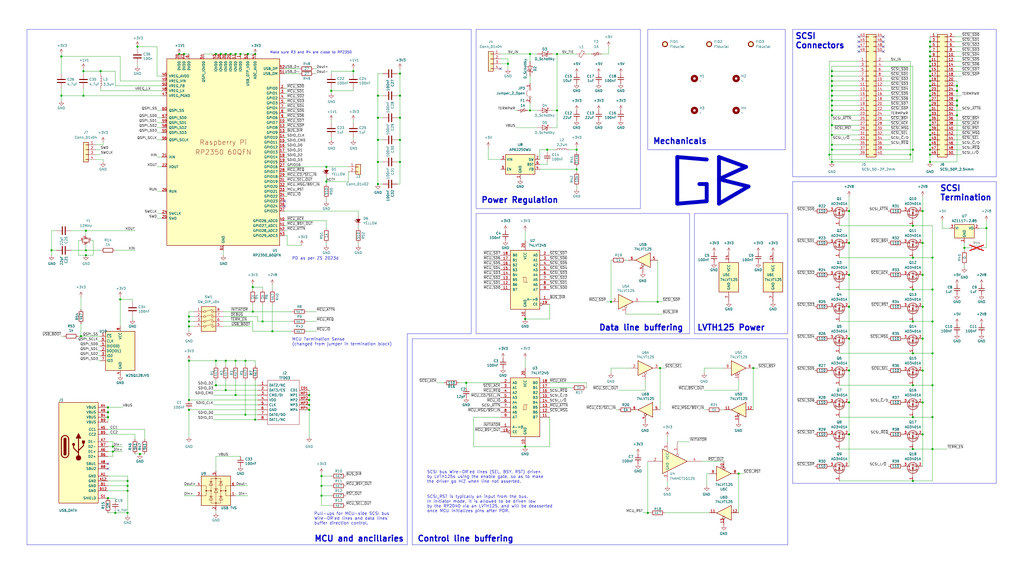
<source format=kicad_sch>
(kicad_sch (version 20230121) (generator eeschema)
  (paper "User" 529.996 297.002)
  (title_block (title "GBSCSI 2") (date "2024-08-04") (rev "1.0") (comment 1 "Drawn by; George Rudolf Mezzomo") (comment 2 "GBSCSI model 2, 2/2.54mm header, 2.5\" form factor compatible, discrete RP2350"))
  (junction (at 481.33 49.53))
  (junction (at 472.44 182.88))
  (junction (at 55.88 257.81))
  (junction (at 481.33 69.85))
  (junction (at 382.27 245.11))
  (junction (at 111.76 199.39))
  (junction (at 481.33 41.91))
  (junction (at 97.79 166.37))
  (junction (at 116.84 186.69))
  (junction (at 481.33 24.13))
  (junction (at 288.29 27.94))
  (junction (at 72.39 234.95))
  (junction (at 481.33 46.99))
  (junction (at 274.32 57.15))
  (junction (at 477.52 191.77))
  (junction (at 130.81 148.59))
  (junction (at 430.53 64.77))
  (junction (at 481.33 52.07))
  (junction (at 195.58 83.82))
  (junction (at 116.84 201.93))
  (junction (at 481.33 64.77))
  (junction (at 477.52 224.79))
  (junction (at 481.33 21.59))
  (junction (at 66.04 251.46))
  (junction (at 132.08 217.17))
  (junction (at 195.58 72.39))
  (junction (at 481.33 83.82))
  (junction (at 471.17 80.01))
  (junction (at 298.45 87.63))
  (junction (at 481.33 59.69))
  (junction (at 182.88 36.83))
  (junction (at 481.33 72.39))
  (junction (at 472.44 232.41))
  (junction (at 481.33 57.15))
  (junction (at 430.53 41.91))
  (junction (at 44.45 119.38))
  (junction (at 439.42 191.77))
  (junction (at 66.04 254))
  (junction (at 195.58 60.96))
  (junction (at 482.6 232.41))
  (junction (at 207.01 83.82))
  (junction (at 481.33 74.93))
  (junction (at 166.37 246.38))
  (junction (at 207.01 38.1))
  (junction (at 439.42 175.26))
  (junction (at 472.44 166.37))
  (junction (at 482.6 166.37))
  (junction (at 55.88 215.9))
  (junction (at 66.04 265.43) (diameter 0.9144))
  (junction (at 130.81 161.29))
  (junction (at 430.53 57.15))
  (junction (at 430.53 44.45))
  (junction (at 341.63 190.5))
  (junction (at 121.92 204.47))
  (junction (at 495.3 52.07))
  (junction (at 481.33 67.31))
  (junction (at 71.12 24.13))
  (junction (at 477.52 175.26))
  (junction (at 95.25 27.94))
  (junction (at 97.79 212.09))
  (junction (at 439.42 224.79))
  (junction (at 481.33 80.01))
  (junction (at 160.02 209.55))
  (junction (at 207.01 72.39))
  (junction (at 477.52 125.73))
  (junction (at 481.33 31.75))
  (junction (at 495.3 44.45))
  (junction (at 481.33 29.21))
  (junction (at 430.53 83.82))
  (junction (at 111.76 186.69))
  (junction (at 166.37 256.54))
  (junction (at 482.6 199.39))
  (junction (at 55.88 213.36))
  (junction (at 430.53 74.93))
  (junction (at 477.52 109.22))
  (junction (at 160.02 207.01))
  (junction (at 58.42 233.68) (diameter 0.9144))
  (junction (at 495.3 46.99))
  (junction (at 43.18 49.53))
  (junction (at 430.53 54.61))
  (junction (at 439.42 109.22))
  (junction (at 316.23 156.21))
  (junction (at 439.42 208.28))
  (junction (at 430.53 39.37))
  (junction (at 477.52 208.28))
  (junction (at 66.04 248.92))
  (junction (at 472.44 215.9))
  (junction (at 439.42 125.73))
  (junction (at 288.29 57.15))
  (junction (at 132.08 27.94))
  (junction (at 510.54 118.11))
  (junction (at 44.45 129.54))
  (junction (at 160.02 204.47))
  (junction (at 166.37 251.46))
  (junction (at 472.44 149.86))
  (junction (at 160.02 212.09))
  (junction (at 271.78 165.1))
  (junction (at 472.44 77.47))
  (junction (at 55.88 210.82))
  (junction (at 195.58 49.53))
  (junction (at 430.53 77.47))
  (junction (at 472.44 248.92))
  (junction (at 207.01 49.53))
  (junction (at 41.91 173.99))
  (junction (at 482.6 182.88))
  (junction (at 495.3 54.61))
  (junction (at 241.3 198.12))
  (junction (at 44.45 132.08))
  (junction (at 472.44 199.39))
  (junction (at 168.91 86.36))
  (junction (at 43.18 36.83))
  (junction (at 340.36 156.21))
  (junction (at 121.92 27.94))
  (junction (at 59.69 265.43))
  (junction (at 168.91 93.98))
  (junction (at 262.89 33.02))
  (junction (at 430.53 69.85))
  (junction (at 92.71 27.94))
  (junction (at 195.58 95.25))
  (junction (at 140.97 171.45))
  (junction (at 430.53 59.69))
  (junction (at 124.46 27.94))
  (junction (at 121.92 186.69))
  (junction (at 439.42 142.24))
  (junction (at 429.26 80.01))
  (junction (at 274.32 27.94))
  (junction (at 430.53 36.83))
  (junction (at 31.75 49.53))
  (junction (at 477.52 142.24))
  (junction (at 430.53 49.53))
  (junction (at 114.3 27.94))
  (junction (at 481.33 39.37))
  (junction (at 271.78 231.14))
  (junction (at 119.38 27.94))
  (junction (at 116.84 27.94))
  (junction (at 283.21 77.47))
  (junction (at 482.6 149.86))
  (junction (at 481.33 44.45))
  (junction (at 499.11 128.27))
  (junction (at 62.23 154.94))
  (junction (at 430.53 46.99))
  (junction (at 127 186.69))
  (junction (at 481.33 36.83))
  (junction (at 389.89 190.5))
  (junction (at 52.07 36.83))
  (junction (at 171.45 46.99))
  (junction (at 482.6 215.9))
  (junction (at 481.33 34.29))
  (junction (at 481.33 54.61))
  (junction (at 482.6 133.35))
  (junction (at 26.67 129.54))
  (junction (at 97.79 163.83))
  (junction (at 127 214.63))
  (junction (at 97.79 207.01))
  (junction (at 481.33 62.23))
  (junction (at 111.76 27.94))
  (junction (at 481.33 26.67))
  (junction (at 472.44 116.84))
  (junction (at 477.52 158.75))
  (junction (at 298.45 77.47))
  (junction (at 97.79 168.91))
  (junction (at 207.01 60.96))
  (junction (at 495.3 59.69))
  (junction (at 135.89 166.37))
  (junction (at 472.44 133.35))
  (junction (at 58.42 231.14) (diameter 0.9144))
  (junction (at 97.79 186.69))
  (junction (at 335.28 265.43))
  (junction (at 439.42 158.75))
  (junction (at 430.53 52.07))
  (junction (at 128.27 27.94))
  (junction (at 481.33 77.47))
  (junction (at 31.75 29.21))
  (no_connect (at 147.32 106.68))
  (no_connect (at 147.32 104.14))
  (no_connect (at 55.88 242.57))
  (no_connect (at 457.2 21.59))
  (no_connect (at 444.5 24.13))
  (no_connect (at 259.08 35.56))
  (no_connect (at 444.5 21.59))
  (no_connect (at 457.2 26.67))
  (no_connect (at 55.88 240.03))
  (no_connect (at 457.2 19.05))
  (no_connect (at 457.2 24.13))
  (no_connect (at 444.5 19.05))
  (no_connect (at 444.5 26.67))
  (wire (pts (xy 430.53 39.37) (xy 444.5 39.37)))
  (wire (pts (xy 49.53 82.55) (xy 53.34 82.55)))
  (wire (pts (xy 444.5 34.29) (xy 430.53 34.29)))
  (wire (pts (xy 180.34 88.9) (xy 180.34 93.98)))
  (wire (pts (xy 430.53 36.83) (xy 444.5 36.83)))
  (wire (pts (xy 147.32 121.92) (xy 148.59 121.92)))
  (wire (pts (xy 482.6 149.86) (xy 482.6 166.37)))
  (wire (pts (xy 26.67 129.54) (xy 26.67 132.08)))
  (wire (pts (xy 148.59 53.34) (xy 147.32 53.34)))
  (wire (pts (xy 298.45 76.2) (xy 298.45 77.47)))
  (wire (pts (xy 97.79 186.69) (xy 111.76 186.69)))
  (wire (pts (xy 148.59 119.38) (xy 147.32 119.38)))
  (wire (pts (xy 62.23 41.91) (xy 83.82 41.91)))
  (wire (pts (xy 130.81 161.29) (xy 151.13 161.29)))
  (wire (pts (xy 81.28 24.13) (xy 81.28 39.37)))
  (wire (pts (xy 41.91 153.67) (xy 41.91 160.02)))
  (wire (pts (xy 168.91 93.98) (xy 180.34 93.98)))
  (wire (pts (xy 430.53 46.99) (xy 444.5 46.99)))
  (wire (pts (xy 430.53 41.91) (xy 430.53 44.45)))
  (wire (pts (xy 430.53 59.69) (xy 444.5 59.69)))
  (wire (pts (xy 124.46 236.22) (xy 111.76 236.22)))
  (wire (pts (xy 430.53 69.85) (xy 444.5 69.85)))
  (wire (pts (xy 83.82 72.39) (xy 81.28 72.39)))
  (wire (pts (xy 350.52 228.6) (xy 356.87 228.6)))
  (wire (pts (xy 477.52 142.24) (xy 477.52 158.75)))
  (wire (pts (xy 497.84 34.29) (xy 494.03 34.29)))
  (wire (pts (xy 148.59 71.12) (xy 147.32 71.12)))
  (wire (pts (xy 55.88 265.43) (xy 59.69 265.43)))
  (wire (pts (xy 116.84 186.69) (xy 111.76 186.69)))
  (wire (pts (xy 92.71 27.94) (xy 95.25 27.94)))
  (wire (pts (xy 471.17 82.55) (xy 429.26 82.55)))
  (wire (pts (xy 241.3 198.12) (xy 259.08 198.12)))
  (wire (pts (xy 245.11 215.9) (xy 245.11 231.14)))
  (wire (pts (xy 110.49 201.93) (xy 116.84 201.93)))
  (wire (pts (xy 495.3 54.61) (xy 494.03 54.61)))
  (wire (pts (xy 110.49 214.63) (xy 127 214.63)))
  (wire (pts (xy 166.37 246.38) (xy 166.37 245.11)))
  (wire (pts (xy 66.04 254) (xy 66.04 265.43)))
  (wire (pts (xy 133.35 212.09) (xy 97.79 212.09)))
  (wire (pts (xy 195.58 83.82) (xy 195.58 72.39)))
  (wire (pts (xy 147.32 35.56) (xy 154.94 35.56)))
  (wire (pts (xy 171.45 256.54) (xy 166.37 256.54)))
  (wire (pts (xy 461.01 49.53) (xy 457.2 49.53)))
  (wire (pts (xy 430.53 83.82) (xy 472.44 83.82)))
  (wire (pts (xy 430.53 77.47) (xy 430.53 74.93)))
  (wire (pts (xy 461.01 52.07) (xy 457.2 52.07)))
  (wire (pts (xy 457.2 59.69) (xy 461.01 59.69)))
  (wire (pts (xy 364.49 212.09) (xy 365.76 212.09)))
  (polyline (pts (xy 210.82 281.94) (xy 210.82 172.72)))
  (wire (pts (xy 62.23 154.94) (xy 62.23 168.91)))
  (wire (pts (xy 284.48 231.14) (xy 284.48 215.9)))
  (wire (pts (xy 46.99 124.46) (xy 48.26 124.46)))
  (wire (pts (xy 434.34 248.92) (xy 472.44 248.92)))
  (wire (pts (xy 158.75 171.45) (xy 163.83 171.45)))
  (wire (pts (xy 477.52 208.28) (xy 477.52 224.79)))
  (wire (pts (xy 481.33 77.47) (xy 481.33 80.01)))
  (wire (pts (xy 345.44 251.46) (xy 345.44 248.92)))
  (polyline (pts (xy 407.67 281.94) (xy 407.67 175.26)))
  (wire (pts (xy 97.79 166.37) (xy 100.33 166.37)))
  (wire (pts (xy 207.01 83.82) (xy 207.01 95.25)))
  (wire (pts (xy 121.92 186.69) (xy 116.84 186.69)))
  (wire (pts (xy 274.32 39.37) (xy 274.32 43.18)))
  (wire (pts (xy 271.78 185.42) (xy 271.78 190.5)))
  (wire (pts (xy 344.17 190.5) (xy 341.63 190.5)))
  (wire (pts (xy 495.3 52.07) (xy 494.03 52.07)))
  (wire (pts (xy 430.53 46.99) (xy 430.53 49.53)))
  (wire (pts (xy 36.83 119.38) (xy 44.45 119.38)))
  (wire (pts (xy 288.29 66.04) (xy 285.75 66.04)))
  (wire (pts (xy 439.42 158.75) (xy 439.42 175.26)))
  (polyline (pts (xy 243.84 172.72) (xy 243.84 15.24)))
  (wire (pts (xy 128.27 256.54) (xy 121.92 256.54)))
  (wire (pts (xy 434.34 182.88) (xy 472.44 182.88)))
  (wire (pts (xy 457.2 31.75) (xy 471.17 31.75)))
  (wire (pts (xy 115.57 163.83) (xy 133.35 163.83)))
  (wire (pts (xy 259.08 33.02) (xy 262.89 33.02)))
  (wire (pts (xy 499.11 137.16) (xy 499.11 138.43)))
  (wire (pts (xy 43.18 36.83) (xy 52.07 36.83)))
  (wire (pts (xy 171.45 36.83) (xy 182.88 36.83)))
  (wire (pts (xy 482.6 166.37) (xy 482.6 182.88)))
  (wire (pts (xy 148.59 60.96) (xy 147.32 60.96)))
  (wire (pts (xy 81.28 63.5) (xy 83.82 63.5)))
  (wire (pts (xy 128.27 251.46) (xy 121.92 251.46)))
  (wire (pts (xy 97.79 168.91) (xy 97.79 171.45)))
  (wire (pts (xy 171.45 71.12) (xy 171.45 72.39)))
  (wire (pts (xy 110.49 204.47) (xy 121.92 204.47)))
  (wire (pts (xy 472.44 199.39) (xy 482.6 199.39)))
  (wire (pts (xy 133.35 163.83) (xy 133.35 166.37)))
  (wire (pts (xy 83.82 57.15) (xy 81.28 57.15)))
  (wire (pts (xy 497.84 80.01) (xy 494.03 80.01)))
  (wire (pts (xy 29.21 119.38) (xy 26.67 119.38)))
  (wire (pts (xy 147.32 86.36) (xy 168.91 86.36)))
  (wire (pts (xy 457.2 80.01) (xy 471.17 80.01)))
  (wire (pts (xy 132.08 186.69) (xy 132.08 189.23)))
  (wire (pts (xy 121.92 204.47) (xy 133.35 204.47)))
  (wire (pts (xy 440.69 72.39) (xy 444.5 72.39)))
  (wire (pts (xy 53.34 74.93) (xy 53.34 73.66)))
  (wire (pts (xy 506.73 118.11) (xy 510.54 118.11)))
  (wire (pts (xy 185.42 111.76) (xy 185.42 109.22)))
  (wire (pts (xy 97.79 163.83) (xy 97.79 166.37)))
  (wire (pts (xy 284.48 198.12) (xy 303.53 198.12)))
  (wire (pts (xy 148.59 68.58) (xy 147.32 68.58)))
  (wire (pts (xy 182.88 46.99) (xy 182.88 45.72)))
  (wire (pts (xy 166.37 256.54) (xy 166.37 251.46)))
  (wire (pts (xy 43.18 45.72) (xy 43.18 49.53)))
  (wire (pts (xy 481.33 67.31) (xy 481.33 69.85)))
  (wire (pts (xy 148.59 88.9) (xy 147.32 88.9)))
  (polyline (pts (xy 387.35 96.52) (xy 372.11 92.71)) (stroke (width 2)))
  (wire (pts (xy 497.84 29.21) (xy 494.03 29.21)))
  (wire (pts (xy 41.91 167.64) (xy 41.91 173.99)))
  (wire (pts (xy 283.21 77.47) (xy 283.21 78.74)))
  (wire (pts (xy 439.42 191.77) (xy 439.42 208.28)))
  (wire (pts (xy 259.08 82.55) (xy 252.73 82.55)))
  (wire (pts (xy 364.49 201.93) (xy 382.27 201.93)))
  (wire (pts (xy 74.93 222.25) (xy 55.88 222.25)))
  (wire (pts (xy 430.53 64.77) (xy 430.53 69.85)))
  (polyline (pts (xy 356.87 110.49) (xy 246.38 110.49)))
  (wire (pts (xy 207.01 49.53) (xy 207.01 60.96)))
  (wire (pts (xy 128.27 27.94) (xy 132.08 27.94)))
  (wire (pts (xy 71.12 24.13) (xy 71.12 25.4)))
  (wire (pts (xy 148.59 76.2) (xy 147.32 76.2)))
  (wire (pts (xy 497.84 36.83) (xy 494.03 36.83)))
  (wire (pts (xy 481.33 62.23) (xy 481.33 64.77)))
  (wire (pts (xy 111.76 199.39) (xy 133.35 199.39)))
  (wire (pts (xy 58.42 233.68) (xy 58.42 236.22)))
  (wire (pts (xy 111.76 236.22) (xy 111.76 243.84)))
  (wire (pts (xy 259.08 27.94) (xy 274.32 27.94)))
  (wire (pts (xy 55.88 228.6) (xy 58.42 228.6)))
  (wire (pts (xy 97.79 166.37) (xy 97.79 168.91)))
  (wire (pts (xy 303.53 27.94) (xy 306.07 27.94)))
  (polyline (pts (xy 350.52 81.28) (xy 350.52 105.41)) (stroke (width 2)))
  (wire (pts (xy 495.3 59.69) (xy 495.3 83.82)))
  (wire (pts (xy 365.76 245.11) (xy 365.76 251.46)))
  (wire (pts (xy 168.91 125.73) (xy 168.91 127)))
  (wire (pts (xy 298.45 27.94) (xy 288.29 27.94)))
  (wire (pts (xy 283.21 77.47) (xy 287.02 77.47)))
  (wire (pts (xy 461.01 67.31) (xy 457.2 67.31)))
  (polyline (pts (xy 372.11 105.41) (xy 387.35 96.52)) (stroke (width 2)))
  (wire (pts (xy 288.29 27.94) (xy 288.29 57.15)))
  (wire (pts (xy 501.65 128.27) (xy 499.11 128.27)))
  (wire (pts (xy 116.84 27.94) (xy 119.38 27.94)))
  (wire (pts (xy 294.64 77.47) (xy 298.45 77.47)))
  (wire (pts (xy 52.07 181.61) (xy 50.8 181.61)))
  (wire (pts (xy 148.59 50.8) (xy 147.32 50.8)))
  (wire (pts (xy 198.12 83.82) (xy 195.58 83.82)))
  (wire (pts (xy 171.45 38.1) (xy 171.45 36.83)))
  (polyline (pts (xy 365.76 82.55) (xy 350.52 81.28)) (stroke (width 2)))
  (wire (pts (xy 279.4 87.63) (xy 298.45 87.63)))
  (wire (pts (xy 36.83 129.54) (xy 44.45 129.54)))
  (wire (pts (xy 116.84 196.85) (xy 116.84 201.93)))
  (wire (pts (xy 163.83 166.37) (xy 158.75 166.37)))
  (wire (pts (xy 111.76 27.94) (xy 114.3 27.94)))
  (wire (pts (xy 477.52 175.26) (xy 477.52 191.77)))
  (wire (pts (xy 495.3 41.91) (xy 494.03 41.91)))
  (wire (pts (xy 97.79 207.01) (xy 97.79 186.69)))
  (wire (pts (xy 110.49 199.39) (xy 111.76 199.39)))
  (wire (pts (xy 461.01 57.15) (xy 457.2 57.15)))
  (wire (pts (xy 205.74 72.39) (xy 207.01 72.39)))
  (wire (pts (xy 457.2 77.47) (xy 472.44 77.47)))
  (wire (pts (xy 237.49 198.12) (xy 241.3 198.12)))
  (wire (pts (xy 382.27 245.11) (xy 382.27 265.43)))
  (wire (pts (xy 148.59 91.44) (xy 147.32 91.44)))
  (wire (pts (xy 207.01 35.56) (xy 207.01 38.1)))
  (wire (pts (xy 472.44 232.41) (xy 482.6 232.41)))
  (wire (pts (xy 110.49 209.55) (xy 133.35 209.55)))
  (wire (pts (xy 97.79 168.91) (xy 100.33 168.91)))
  (wire (pts (xy 58.42 236.22) (xy 55.88 236.22)))
  (polyline (pts (xy 372.11 81.28) (xy 386.08 86.36)) (stroke (width 2)))
  (wire (pts (xy 434.34 199.39) (xy 472.44 199.39)))
  (wire (pts (xy 461.01 46.99) (xy 457.2 46.99)))
  (wire (pts (xy 472.44 182.88) (xy 482.6 182.88)))
  (wire (pts (xy 44.45 129.54) (xy 52.07 129.54)))
  (polyline (pts (xy 13.97 15.24) (xy 243.84 15.24)))
  (wire (pts (xy 168.91 86.36) (xy 180.34 86.36)))
  (wire (pts (xy 83.82 99.06) (xy 81.28 99.06)))
  (wire (pts (xy 162.56 35.56) (xy 163.83 35.56)))
  (wire (pts (xy 66.04 251.46) (xy 66.04 254)))
  (wire (pts (xy 491.49 118.11) (xy 487.68 118.11)))
  (wire (pts (xy 148.59 99.06) (xy 147.32 99.06)))
  (wire (pts (xy 316.23 190.5) (xy 316.23 193.04)))
  (wire (pts (xy 495.3 41.91) (xy 495.3 44.45)))
  (wire (pts (xy 288.29 57.15) (xy 285.75 57.15)))
  (wire (pts (xy 121.92 196.85) (xy 121.92 204.47)))
  (polyline (pts (xy 356.87 172.72) (xy 356.87 110.49)))
  (polyline (pts (xy 213.36 175.26) (xy 407.67 175.26)))
  (wire (pts (xy 148.59 48.26) (xy 147.32 48.26)))
  (wire (pts (xy 110.49 217.17) (xy 132.08 217.17)))
  (wire (pts (xy 335.28 238.76) (xy 335.28 265.43)))
  (wire (pts (xy 345.44 226.06) (xy 345.44 228.6)))
  (wire (pts (xy 100.33 161.29) (xy 97.79 161.29)))
  (wire (pts (xy 266.7 66.04) (xy 278.13 66.04)))
  (wire (pts (xy 55.88 218.44) (xy 55.88 215.9)))
  (polyline (pts (xy 246.38 110.49) (xy 246.38 172.72)))
  (wire (pts (xy 298.45 96.52) (xy 298.45 97.79)))
  (wire (pts (xy 111.76 196.85) (xy 111.76 199.39)))
  (wire (pts (xy 472.44 215.9) (xy 482.6 215.9)))
  (wire (pts (xy 439.42 208.28) (xy 439.42 224.79)))
  (wire (pts (xy 140.97 171.45) (xy 130.81 171.45)))
  (wire (pts (xy 66.04 246.38) (xy 66.04 248.92)))
  (wire (pts (xy 285.75 27.94) (xy 288.29 27.94)))
  (wire (pts (xy 44.45 119.38) (xy 44.45 121.92)))
  (wire (pts (xy 472.44 248.92) (xy 482.6 248.92)))
  (wire (pts (xy 168.91 91.44) (xy 168.91 93.98)))
  (wire (pts (xy 298.45 87.63) (xy 298.45 88.9)))
  (wire (pts (xy 55.88 246.38) (xy 66.04 246.38)))
  (wire (pts (xy 439.42 125.73) (xy 439.42 142.24)))
  (wire (pts (xy 316.23 190.5) (xy 326.39 190.5)))
  (wire (pts (xy 430.53 57.15) (xy 444.5 57.15)))
  (wire (pts (xy 241.3 200.66) (xy 241.3 198.12)))
  (wire (pts (xy 252.73 82.55) (xy 252.73 76.2)))
  (wire (pts (xy 101.6 256.54) (xy 95.25 256.54)))
  (wire (pts (xy 48.26 124.46) (xy 48.26 132.08)))
  (polyline (pts (xy 372.11 81.28) (xy 372.11 105.41)) (stroke (width 2)))
  (wire (pts (xy 101.6 251.46) (xy 95.25 251.46)))
  (wire (pts (xy 74.93 227.33) (xy 74.93 222.25)))
  (wire (pts (xy 182.88 71.12) (xy 182.88 72.39)))
  (wire (pts (xy 373.38 212.09) (xy 374.65 212.09)))
  (wire (pts (xy 472.44 133.35) (xy 482.6 133.35)))
  (wire (pts (xy 481.33 46.99) (xy 481.33 49.53)))
  (wire (pts (xy 283.21 77.47) (xy 279.4 77.47)))
  (wire (pts (xy 121.92 27.94) (xy 124.46 27.94)))
  (wire (pts (xy 279.4 85.09) (xy 283.21 85.09)))
  (wire (pts (xy 430.53 54.61) (xy 444.5 54.61)))
  (wire (pts (xy 457.2 62.23) (xy 461.01 62.23)))
  (wire (pts (xy 140.97 147.32) (xy 140.97 149.86)))
  (wire (pts (xy 81.28 60.96) (xy 83.82 60.96)))
  (wire (pts (xy 245.11 231.14) (xy 271.78 231.14)))
  (wire (pts (xy 434.34 166.37) (xy 472.44 166.37)))
  (wire (pts (xy 71.12 34.29) (xy 71.12 33.02)))
  (wire (pts (xy 171.45 46.99) (xy 182.88 46.99)))
  (wire (pts (xy 62.23 153.67) (xy 62.23 154.94)))
  (wire (pts (xy 135.89 149.86) (xy 135.89 148.59)))
  (wire (pts (xy 444.5 62.23) (xy 440.69 62.23)))
  (wire (pts (xy 140.97 157.48) (xy 140.97 171.45)))
  (wire (pts (xy 262.89 33.02) (xy 262.89 35.56)))
  (wire (pts (xy 127 186.69) (xy 132.08 186.69)))
  (wire (pts (xy 160.02 209.55) (xy 160.02 212.09)))
  (wire (pts (xy 497.84 26.67) (xy 494.03 26.67)))
  (wire (pts (xy 481.33 21.59) (xy 481.33 24.13)))
  (wire (pts (xy 363.22 238.76) (xy 374.65 238.76)))
  (wire (pts (xy 130.81 147.32) (xy 130.81 148.59)))
  (wire (pts (xy 58.42 231.14) (xy 55.88 231.14)))
  (wire (pts (xy 279.4 77.47) (xy 279.4 82.55)))
  (wire (pts (xy 148.59 63.5) (xy 147.32 63.5)))
  (wire (pts (xy 482.6 232.41) (xy 490.22 232.41)))
  (wire (pts (xy 148.59 93.98) (xy 147.32 93.98)))
  (wire (pts (xy 389.89 190.5) (xy 389.89 212.09)))
  (wire (pts (xy 115.57 166.37) (xy 130.81 166.37)))
  (wire (pts (xy 497.84 21.59) (xy 494.03 21.59)))
  (wire (pts (xy 121.92 186.69) (xy 127 186.69)))
  (wire (pts (xy 273.05 57.15) (xy 274.32 57.15)))
  (wire (pts (xy 148.59 66.04) (xy 147.32 66.04)))
  (wire (pts (xy 259.08 215.9) (xy 245.11 215.9)))
  (wire (pts (xy 439.42 142.24) (xy 439.42 158.75)))
  (wire (pts (xy 111.76 264.16) (xy 111.76 265.43)))
  (wire (pts (xy 171.45 45.72) (xy 171.45 46.99)))
  (wire (pts (xy 72.39 234.95) (xy 69.85 234.95)))
  (wire (pts (xy 114.3 27.94) (xy 116.84 27.94)))
  (wire (pts (xy 311.15 27.94) (xy 314.96 27.94)))
  (wire (pts (xy 63.5 210.82) (xy 55.88 210.82)))
  (wire (pts (xy 115.57 161.29) (xy 130.81 161.29)))
  (wire (pts (xy 68.58 154.94) (xy 62.23 154.94)))
  (wire (pts (xy 148.59 55.88) (xy 147.32 55.88)))
  (polyline (pts (xy 386.08 86.36) (xy 386.08 86.36)) (stroke (width 2)))
  (wire (pts (xy 83.82 110.49) (xy 81.28 110.49)))
  (wire (pts (xy 481.33 74.93) (xy 481.33 77.47)))
  (wire (pts (xy 477.52 191.77) (xy 477.52 208.28)))
  (wire (pts (xy 55.88 254) (xy 66.04 254)))
  (wire (pts (xy 148.59 96.52) (xy 147.32 96.52)))
  (wire (pts (xy 171.45 261.62) (xy 166.37 261.62)))
  (wire (pts (xy 205.74 83.82) (xy 207.01 83.82)))
  (wire (pts (xy 499.11 128.27) (xy 499.11 125.73)))
  (wire (pts (xy 198.12 49.53) (xy 195.58 49.53)))
  (wire (pts (xy 198.12 60.96) (xy 195.58 60.96)))
  (wire (pts (xy 481.33 72.39) (xy 481.33 74.93)))
  (wire (pts (xy 130.81 148.59) (xy 135.89 148.59)))
  (wire (pts (xy 327.66 212.09) (xy 326.39 212.09)))
  (wire (pts (xy 83.82 113.03) (xy 81.28 113.03)))
  (wire (pts (xy 148.59 116.84) (xy 147.32 116.84)))
  (wire (pts (xy 477.52 109.22) (xy 477.52 125.73)))
  (wire (pts (xy 168.91 93.98) (xy 168.91 95.25)))
  (wire (pts (xy 40.64 132.08) (xy 40.64 124.46)))
  (wire (pts (xy 472.44 77.47) (xy 472.44 83.82)))
  (wire (pts (xy 461.01 69.85) (xy 457.2 69.85)))
  (wire (pts (xy 439.42 224.79) (xy 439.42 241.3)))
  (wire (pts (xy 226.06 198.12) (xy 229.87 198.12)))
  (wire (pts (xy 274.32 57.15) (xy 278.13 57.15)))
  (wire (pts (xy 434.34 133.35) (xy 472.44 133.35)))
  (wire (pts (xy 335.28 265.43) (xy 336.55 265.43)))
  (wire (pts (xy 510.54 118.11) (xy 510.54 114.3)))
  (wire (pts (xy 481.33 41.91) (xy 481.33 44.45)))
  (wire (pts (xy 331.47 156.21) (xy 340.36 156.21)))
  (wire (pts (xy 40.64 124.46) (xy 41.91 124.46)))
  (wire (pts (xy 52.07 36.83) (xy 52.07 38.1)))
  (wire (pts (xy 430.53 44.45) (xy 444.5 44.45)))
  (wire (pts (xy 55.88 248.92) (xy 66.04 248.92)))
  (wire (pts (xy 499.11 129.54) (xy 499.11 128.27)))
  (wire (pts (xy 160.02 207.01) (xy 160.02 209.55)))
  (wire (pts (xy 461.01 39.37) (xy 457.2 39.37)))
  (wire (pts (xy 481.33 49.53) (xy 481.33 52.07)))
  (wire (pts (xy 135.89 157.48) (xy 135.89 166.37)))
  (wire (pts (xy 487.68 118.11) (xy 487.68 114.3)))
  (wire (pts (xy 127 186.69) (xy 127 189.23)))
  (wire (pts (xy 97.79 161.29) (xy 97.79 163.83)))
  (wire (pts (xy 148.59 81.28) (xy 147.32 81.28)))
  (wire (pts (xy 481.33 80.01) (xy 481.33 83.82)))
  (wire (pts (xy 207.01 38.1) (xy 207.01 49.53)))
  (wire (pts (xy 332.74 265.43) (xy 335.28 265.43)))
  (wire (pts (xy 151.13 171.45) (xy 140.97 171.45)))
  (wire (pts (xy 494.03 59.69) (xy 495.3 59.69)))
  (polyline (pts (xy 213.36 175.26) (xy 213.36 281.94)))
  (wire (pts (xy 472.44 34.29) (xy 472.44 77.47)))
  (wire (pts (xy 439.42 101.6) (xy 439.42 109.22)))
  (wire (pts (xy 148.59 101.6) (xy 147.32 101.6)))
  (wire (pts (xy 59.69 265.43) (xy 66.04 265.43)))
  (wire (pts (xy 31.75 29.21) (xy 31.75 38.1)))
  (wire (pts (xy 127 196.85) (xy 127 214.63)))
  (wire (pts (xy 111.76 186.69) (xy 111.76 189.23)))
  (wire (pts (xy 205.74 49.53) (xy 207.01 49.53)))
  (wire (pts (xy 31.75 49.53) (xy 43.18 49.53)))
  (wire (pts (xy 481.33 69.85) (xy 481.33 72.39)))
  (wire (pts (xy 160.02 201.93) (xy 160.02 204.47)))
  (wire (pts (xy 262.89 30.48) (xy 262.89 33.02)))
  (polyline (pts (xy 246.38 172.72) (xy 356.87 172.72)))
  (wire (pts (xy 171.45 251.46) (xy 166.37 251.46)))
  (wire (pts (xy 495.3 44.45) (xy 495.3 46.99)))
  (wire (pts (xy 341.63 190.5) (xy 341.63 212.09)))
  (wire (pts (xy 105.41 27.94) (xy 111.76 27.94)))
  (wire (pts (xy 43.18 38.1) (xy 43.18 36.83)))
  (wire (pts (xy 55.88 213.36) (xy 55.88 210.82)))
  (wire (pts (xy 148.59 127) (xy 156.21 127)))
  (wire (pts (xy 495.3 46.99) (xy 494.03 46.99)))
  (wire (pts (xy 497.84 69.85) (xy 494.03 69.85)))
  (wire (pts (xy 207.01 72.39) (xy 207.01 83.82)))
  (wire (pts (xy 59.69 129.54) (xy 69.85 129.54)))
  (wire (pts (xy 271.78 231.14) (xy 284.48 231.14)))
  (wire (pts (xy 81.28 39.37) (xy 83.82 39.37)))
  (wire (pts (xy 472.44 149.86) (xy 482.6 149.86)))
  (wire (pts (xy 481.33 26.67) (xy 481.33 29.21)))
  (wire (pts (xy 130.81 171.45) (xy 130.81 166.37)))
  (wire (pts (xy 44.45 119.38) (xy 69.85 119.38)))
  (wire (pts (xy 439.42 175.26) (xy 439.42 191.77)))
  (wire (pts (xy 364.49 190.5) (xy 364.49 193.04)))
  (wire (pts (xy 171.45 246.38) (xy 166.37 246.38)))
  (wire (pts (xy 461.01 44.45) (xy 457.2 44.45)))
  (wire (pts (xy 266.7 57.15) (xy 267.97 57.15)))
  (wire (pts (xy 166.37 261.62) (xy 166.37 256.54)))
  (wire (pts (xy 481.33 36.83) (xy 481.33 39.37)))
  (wire (pts (xy 133.35 166.37) (xy 135.89 166.37)))
  (polyline (pts (xy 372.11 92.71) (xy 372.11 92.71)) (stroke (width 2)))
  (wire (pts (xy 185.42 109.22) (xy 147.32 109.22)))
  (wire (pts (xy 434.34 149.86) (xy 472.44 149.86)))
  (wire (pts (xy 314.96 27.94) (xy 314.96 24.13)))
  (wire (pts (xy 429.26 31.75) (xy 429.26 80.01)))
  (wire (pts (xy 481.33 31.75) (xy 481.33 34.29)))
  (wire (pts (xy 130.81 157.48) (xy 130.81 161.29)))
  (polyline (pts (xy 387.35 96.52) (xy 387.35 96.52)) (stroke (width 2)))
  (wire (pts (xy 482.6 182.88) (xy 482.6 199.39)))
  (wire (pts (xy 384.81 245.11) (xy 382.27 245.11)))
  (wire (pts (xy 392.43 190.5) (xy 389.89 190.5)))
  (wire (pts (xy 481.33 24.13) (xy 481.33 26.67)))
  (wire (pts (xy 434.34 232.41) (xy 472.44 232.41)))
  (wire (pts (xy 482.6 215.9) (xy 482.6 232.41)))
  (wire (pts (xy 495.3 52.07) (xy 495.3 54.61)))
  (wire (pts (xy 430.53 64.77) (xy 444.5 64.77)))
  (polyline (pts (xy 210.82 172.72) (xy 243.84 172.72)))
  (wire (pts (xy 313.69 156.21) (xy 316.23 156.21)))
  (wire (pts (xy 49.53 77.47) (xy 52.07 77.47)))
  (wire (pts (xy 81.28 81.28) (xy 83.82 81.28)))
  (wire (pts (xy 166.37 251.46) (xy 166.37 246.38)))
  (wire (pts (xy 274.32 53.34) (xy 274.32 57.15)))
  (wire (pts (xy 323.85 134.62) (xy 325.12 134.62)))
  (wire (pts (xy 497.84 31.75) (xy 494.03 31.75)))
  (wire (pts (xy 429.26 82.55) (xy 429.26 80.01)))
  (wire (pts (xy 430.53 52.07) (xy 444.5 52.07)))
  (wire (pts (xy 303.53 200.66) (xy 303.53 198.12)))
  (wire (pts (xy 430.53 44.45) (xy 430.53 46.99)))
  (wire (pts (xy 160.02 212.09) (xy 160.02 226.06)))
  (wire (pts (xy 207.01 60.96) (xy 207.01 72.39)))
  (wire (pts (xy 344.17 265.43) (xy 367.03 265.43)))
  (wire (pts (xy 53.34 82.55) (xy 53.34 83.82)))
  (polyline (pts (xy 13.97 281.94) (xy 210.82 281.94)))
  (wire (pts (xy 195.58 72.39) (xy 195.58 60.96)))
  (wire (pts (xy 83.82 86.36) (xy 81.28 86.36)))
  (wire (pts (xy 43.18 49.53) (xy 83.82 49.53)))
  (wire (pts (xy 284.48 157.48) (xy 284.48 165.1)))
  (wire (pts (xy 68.58 163.83) (xy 68.58 165.1)))
  (wire (pts (xy 482.6 199.39) (xy 482.6 215.9)))
  (wire (pts (xy 168.91 102.87) (xy 168.91 104.14)))
  (wire (pts (xy 430.53 77.47) (xy 444.5 77.47)))
  (wire (pts (xy 430.53 59.69) (xy 430.53 64.77)))
  (wire (pts (xy 171.45 63.5) (xy 171.45 62.23)))
  (wire (pts (xy 495.3 46.99) (xy 495.3 52.07)))
  (wire (pts (xy 430.53 34.29) (xy 430.53 36.83)))
  (wire (pts (xy 278.13 27.94) (xy 274.32 27.94)))
  (wire (pts (xy 298.45 86.36) (xy 298.45 87.63)))
  (wire (pts (xy 182.88 35.56) (xy 182.88 36.83)))
  (wire (pts (xy 130.81 148.59) (xy 130.81 149.86)))
  (wire (pts (xy 510.54 128.27) (xy 510.54 118.11)))
  (wire (pts (xy 52.07 46.99) (xy 52.07 45.72)))
  (wire (pts (xy 374.65 190.5) (xy 364.49 190.5)))
  (wire (pts (xy 482.6 232.41) (xy 482.6 248.92)))
  (wire (pts (xy 430.53 36.83) (xy 430.53 39.37)))
  (wire (pts (xy 160.02 204.47) (xy 160.02 207.01)))
  (wire (pts (xy 494.03 57.15) (xy 497.84 57.15)))
  (wire (pts (xy 148.59 83.82) (xy 147.32 83.82)))
  (wire (pts (xy 461.01 36.83) (xy 457.2 36.83)))
  (wire (pts (xy 440.69 67.31) (xy 444.5 67.31)))
  (polyline (pts (xy 361.95 95.25) (xy 365.76 95.25)) (stroke (width 2)))
  (wire (pts (xy 31.75 27.94) (xy 31.75 29.21)))
  (wire (pts (xy 471.17 80.01) (xy 471.17 31.75)))
  (wire (pts (xy 340.36 134.62) (xy 340.36 156.21)))
  (wire (pts (xy 481.33 44.45) (xy 481.33 46.99)))
  (wire (pts (xy 318.77 212.09) (xy 320.04 212.09)))
  (wire (pts (xy 205.74 60.96) (xy 207.01 60.96)))
  (polyline (pts (xy 372.11 92.71) (xy 386.08 86.36)) (stroke (width 2)))
  (polyline (pts (xy 13.97 281.94) (xy 13.97 15.24)))
  (wire (pts (xy 69.85 227.33) (xy 69.85 224.79)))
  (wire (pts (xy 430.53 49.53) (xy 444.5 49.53)))
  (wire (pts (xy 429.26 80.01) (xy 444.5 80.01)))
  (wire (pts (xy 481.33 54.61) (xy 481.33 57.15)))
  (wire (pts (xy 382.27 201.93) (xy 382.27 196.85)))
  (wire (pts (xy 367.03 245.11) (xy 365.76 245.11)))
  (wire (pts (xy 477.52 158.75) (xy 477.52 175.26)))
  (wire (pts (xy 81.28 68.58) (xy 83.82 68.58)))
  (wire (pts (xy 66.04 265.43) (xy 66.04 266.7)))
  (wire (pts (xy 68.58 156.21) (xy 68.58 154.94)))
  (wire (pts (xy 430.53 69.85) (xy 430.53 74.93)))
  (wire (pts (xy 497.84 74.93) (xy 494.03 74.93)))
  (wire (pts (xy 497.84 67.31) (xy 494.03 67.31)))
  (wire (pts (xy 119.38 27.94) (xy 121.92 27.94)))
  (wire (pts (xy 59.69 44.45) (xy 59.69 36.83)))
  (wire (pts (xy 66.04 248.92) (xy 66.04 251.46)))
  (wire (pts (xy 83.82 44.45) (xy 59.69 44.45)))
  (wire (pts (xy 49.53 80.01) (xy 52.07 80.01)))
  (wire (pts (xy 430.53 49.53) (xy 430.53 52.07)))
  (wire (pts (xy 461.01 64.77) (xy 457.2 64.77)))
  (wire (pts (xy 430.53 83.82) (xy 430.53 77.47)))
  (wire (pts (xy 439.42 109.22) (xy 439.42 125.73)))
  (wire (pts (xy 481.33 59.69) (xy 481.33 62.23)))
  (wire (pts (xy 477.52 101.6) (xy 477.52 109.22)))
  (wire (pts (xy 121.92 186.69) (xy 121.92 189.23)))
  (wire (pts (xy 132.08 196.85) (xy 132.08 217.17)))
  (wire (pts (xy 342.9 162.56) (xy 323.85 162.56)))
  (wire (pts (xy 52.07 46.99) (xy 83.82 46.99)))
  (wire (pts (xy 481.33 19.05) (xy 481.33 21.59)))
  (wire (pts (xy 481.33 29.21) (xy 481.33 31.75)))
  (wire (pts (xy 434.34 215.9) (xy 472.44 215.9)))
  (wire (pts (xy 148.59 45.72) (xy 147.32 45.72)))
  (wire (pts (xy 41.91 173.99) (xy 52.07 173.99)))
  (wire (pts (xy 195.58 83.82) (xy 195.58 95.25)))
  (wire (pts (xy 495.3 44.45) (xy 494.03 44.45)))
  (wire (pts (xy 40.64 173.99) (xy 41.91 173.99)))
  (wire (pts (xy 147.32 38.1) (xy 154.94 38.1)))
  (wire (pts (xy 497.84 72.39) (xy 494.03 72.39)))
  (wire (pts (xy 481.33 52.07) (xy 481.33 54.61)))
  (wire (pts (xy 198.12 95.25) (xy 195.58 95.25)))
  (wire (pts (xy 182.88 38.1) (xy 182.88 36.83)))
  (wire (pts (xy 271.78 119.38) (xy 271.78 124.46)))
  (wire (pts (xy 31.75 45.72) (xy 31.75 49.53)))
  (wire (pts (xy 195.58 60.96) (xy 195.58 49.53)))
  (wire (pts (xy 461.01 41.91) (xy 457.2 41.91)))
  (wire (pts (xy 59.69 257.81) (xy 59.69 259.08)))
  (wire (pts (xy 185.42 125.73) (xy 185.42 127)))
  (wire (pts (xy 461.01 74.93) (xy 457.2 74.93)))
  (wire (pts (xy 52.07 179.07) (xy 50.8 179.07)))
  (wire (pts (xy 430.53 41.91) (xy 444.5 41.91)))
  (wire (pts (xy 495.3 54.61) (xy 495.3 59.69)))
  (wire (pts (xy 29.21 129.54) (xy 26.67 129.54)))
  (wire (pts (xy 342.9 156.21) (xy 340.36 156.21)))
  (wire (pts (xy 132.08 217.17) (xy 133.35 217.17)))
  (wire (pts (xy 482.6 116.84) (xy 482.6 133.35)))
  (wire (pts (xy 334.01 201.93) (xy 334.01 196.85)))
  (polyline (pts (xy 213.36 281.94) (xy 407.67 281.94)))
  (wire (pts (xy 50.8 176.53) (xy 52.07 176.53)))
  (wire (pts (xy 133.35 207.01) (xy 97.79 207.01)))
  (wire (pts (xy 497.84 24.13) (xy 494.03 24.13)))
  (wire (pts (xy 148.59 58.42) (xy 147.32 58.42)))
  (wire (pts (xy 430.53 39.37) (xy 430.53 41.91)))
  (wire (pts (xy 71.12 24.13) (xy 81.28 24.13)))
  (wire (pts (xy 74.93 234.95) (xy 72.39 234.95)))
  (wire (pts (xy 58.42 233.68) (xy 63.5 233.68)))
  (wire (pts (xy 494.03 49.53) (xy 497.84 49.53)))
  (wire (pts (xy 185.42 116.84) (xy 185.42 118.11)))
  (wire (pts (xy 26.67 119.38) (xy 26.67 129.54)))
  (wire (pts (xy 444.5 31.75) (xy 429.26 31.75)))
  (wire (pts (xy 69.85 224.79) (xy 55.88 224.79)))
  (wire (pts (xy 295.91 200.66) (xy 284.48 200.66)))
  (wire (pts (xy 58.42 228.6) (xy 58.42 231.14)))
  (wire (pts (xy 31.75 29.21) (xy 62.23 29.21)))
  (wire (pts (xy 481.33 39.37) (xy 481.33 41.91)))
  (wire (pts (xy 81.28 66.04) (xy 83.82 66.04)))
  (wire (pts (xy 198.12 72.39) (xy 195.58 72.39)))
  (wire (pts (xy 497.84 39.37) (xy 494.03 39.37)))
  (wire (pts (xy 471.17 80.01) (xy 471.17 82.55)))
  (wire (pts (xy 148.59 73.66) (xy 147.32 73.66)))
  (wire (pts (xy 43.18 35.56) (xy 43.18 36.83)))
  (wire (pts (xy 461.01 54.61) (xy 457.2 54.61)))
  (wire (pts (xy 461.01 72.39) (xy 457.2 72.39)))
  (wire (pts (xy 481.33 34.29) (xy 481.33 36.83)))
  (polyline (pts (xy 350.52 105.41) (xy 365.76 104.14)) (stroke (width 2)))
  (wire (pts (xy 168.91 118.11) (xy 168.91 114.3)))
  (wire (pts (xy 477.52 224.79) (xy 477.52 241.3)))
  (wire (pts (xy 124.46 27.94) (xy 128.27 27.94)))
  (wire (pts (xy 44.45 132.08) (xy 40.64 132.08)))
  (wire (pts (xy 49.53 74.93) (xy 53.34 74.93)))
  (wire (pts (xy 97.79 212.09) (xy 97.79 226.06)))
  (wire (pts (xy 494.03 62.23) (xy 497.84 62.23)))
  (wire (pts (xy 430.53 74.93) (xy 444.5 74.93)))
  (wire (pts (xy 171.45 46.99) (xy 171.45 48.26)))
  (wire (pts (xy 288.29 57.15) (xy 288.29 66.04)))
  (wire (pts (xy 58.42 231.14) (xy 63.5 231.14)))
  (wire (pts (xy 205.74 95.25) (xy 207.01 95.25)))
  (wire (pts (xy 116.84 201.93) (xy 133.35 201.93)))
  (wire (pts (xy 97.79 163.83) (xy 100.33 163.83)))
  (wire (pts (xy 148.59 78.74) (xy 147.32 78.74)))
  (wire (pts (xy 163.83 161.29) (xy 158.75 161.29)))
  (wire (pts (xy 430.53 52.07) (xy 430.53 54.61)))
  (wire (pts (xy 430.53 57.15) (xy 430.53 59.69)))
  (wire (pts (xy 283.21 85.09) (xy 283.21 83.82)))
  (wire (pts (xy 55.88 215.9) (xy 55.88 213.36)))
  (wire (pts (xy 497.84 77.47) (xy 494.03 77.47)))
  (wire (pts (xy 434.34 116.84) (xy 472.44 116.84)))
  (wire (pts (xy 316.23 134.62) (xy 316.23 156.21)))
  (wire (pts (xy 430.53 54.61) (xy 430.53 57.15)))
  (wire (pts (xy 472.44 116.84) (xy 482.6 116.84)))
  (wire (pts (xy 115.57 129.54) (xy 115.57 132.08)))
  (wire (pts (xy 320.04 201.93) (xy 334.01 201.93)))
  (wire (pts (xy 48.26 132.08) (xy 44.45 132.08)))
  (wire (pts (xy 52.07 184.15) (xy 50.8 184.15)))
  (wire (pts (xy 472.44 166.37) (xy 482.6 166.37)))
  (wire (pts (xy 62.23 29.21) (xy 62.23 41.91)))
  (wire (pts (xy 205.74 38.1) (xy 207.01 38.1)))
  (wire (pts (xy 259.08 30.48) (xy 262.89 30.48)))
  (wire (pts (xy 168.91 114.3) (xy 147.32 114.3)))
  (wire (pts (xy 457.2 34.29) (xy 472.44 34.29)))
  (wire (pts (xy 59.69 264.16) (xy 59.69 265.43)))
  (wire (pts (xy 148.59 121.92) (xy 148.59 127)))
  (wire (pts (xy 31.75 49.53) (xy 31.75 52.07)))
  (wire (pts (xy 55.88 257.81) (xy 59.69 257.81)))
  (wire (pts (xy 497.84 64.77) (xy 494.03 64.77)))
  (wire (pts (xy 509.27 128.27) (xy 510.54 128.27)))
  (wire (pts (xy 52.07 36.83) (xy 59.69 36.83)))
  (wire (pts (xy 482.6 133.35) (xy 482.6 149.86)))
  (wire (pts (xy 95.25 27.94) (xy 97.79 27.94)))
  (wire (pts (xy 284.48 165.1) (xy 271.78 165.1)))
  (wire (pts (xy 481.33 57.15) (xy 481.33 59.69)))
  (wire (pts (xy 55.88 233.68) (xy 58.42 233.68)))
  (wire (pts (xy 55.88 251.46) (xy 66.04 251.46)))
  (wire (pts (xy 116.84 189.23) (xy 116.84 186.69)))
  (polyline (pts (xy 365.76 104.14) (xy 365.76 95.25)) (stroke (width 2)))
  (wire (pts (xy 195.58 49.53) (xy 195.58 38.1)))
  (wire (pts (xy 33.02 173.99) (xy 31.75 173.99)))
  (wire (pts (xy 52.07 186.69) (xy 50.8 186.69)))
  (wire (pts (xy 481.33 83.82) (xy 495.3 83.82)))
  (wire (pts (xy 298.45 77.47) (xy 298.45 78.74)))
  (wire (pts (xy 481.33 64.77) (xy 481.33 67.31)))
  (wire (pts (xy 198.12 38.1) (xy 195.58 38.1)))
  (wire (pts (xy 44.45 127) (xy 44.45 129.54)))
  (wire (pts (xy 127 214.63) (xy 133.35 214.63)))
  (wire (pts (xy 115.57 168.91) (xy 129.54 168.91)))
  (wire (pts (xy 477.52 125.73) (xy 477.52 142.24)))
  (wire (pts (xy 182.88 63.5) (xy 182.88 62.23)))
  (wire (pts (xy 274.32 27.94) (xy 274.32 31.75)))
  (wire (pts (xy 162.56 38.1) (xy 163.83 38.1)))
  (wire (pts (xy 135.89 166.37) (xy 151.13 166.37)))
  (wire (pts (xy 497.84 19.05) (xy 494.03 19.05)))
  (rectangle (start 410.21 93.98) (end 515.62 250.19))
  (rectangle (start 335.28 15.24) (end 406.4 77.47))
  (rectangle (start 359.41 110.49) (end 407.67 172.72))
  (rectangle (start 410.21 15.24) (end 515.62 91.44))
  (rectangle (start 246.38 15.24) (end 331.47 107.95))
  (text "Pull-ups for MCU-side SCSI bus\nWire-OR'ed lines and data lines'\nbuffer direction control." (at 162.56 271.78 0) (effects (font (size 1.524 1.524)) (justify left bottom)))
  (text "MCU and ancillaries" (at 162.56 280.67 0) (effects (font (size 3 3) (thickness 0.6) bold) (justify left bottom)))
  (text "SCSI_RST is typically an input from the bus.\nIn initiator mode, it is allowed to be driven low\nby the RP2040 via an LVTH125, and will be deasserted\nonce MCU initializes pins after POR." (at 220.98 265.43 0) (effects (font (size 1.524 1.524)) (justify left bottom)))
  (text "Data line buffering" (at 309.88 171.45 0) (effects (font (size 3 3) (thickness 0.6) bold) (justify left bottom)))
  (text "LVTH125 Power" (at 360.68 171.45 0) (effects (font (size 3 3) (thickness 0.6) bold) (justify left bottom)))
  (text "Power Regulation" (at 248.92 105.41 0) (effects (font (size 3 3) (thickness 0.6) bold) (justify left bottom)))
  (text "SCSI\nConnectors" (at 411.48 25.4 0) (effects (font (size 3 3) (thickness 0.6) bold) (justify left bottom)))
  (text "Mechanicals" (at 337.82 74.93 0) (effects (font (size 3 3) (thickness 0.6) bold) (justify left bottom)))
  (text "MCU Termination Sense\n(changed from jumper in termination block)" (at 151.13 179.07 0) (effects (font (size 1.524 1.524)) (justify left bottom)))
  (text "PD as per ZS 2023d\n\n" (at 151.13 137.16 0) (effects (font (size 1.524 1.524)) (justify left bottom)))
  (text "Control line buffering" (at 215.9 280.67 0) (effects (font (size 3 3) (thickness 0.6) bold) (justify left bottom)))
  (text "SCSI bus Wire-OR'ed lines (SEL, BSY, RST) driven\nby LVTH125s using the enable gate, so as to make\nthe driver go HiZ when line not asserted." (at 220.98 250.19 0) (effects (font (size 1.524 1.524)) (justify left bottom)))
  (text "Make sure R3 and R4 are close to RP2350" (at 139.7 27.94 0) (effects (font (size 1.27 1.27)) (justify left bottom)))
  (text "SCSI\nTermination" (at 486.41 104.14 0) (effects (font (size 3 3) (thickness 0.6) bold) (justify left bottom)))
  (label "Din+" (at 63.5 233.68 180))
  (label "~{SCSI_BSY}" (at 459.74 125.73 180))
  (label "~{MCU_SD5}" (at 148.59 58.42 0))
  (label "~{MCU_REQ}" (at 163.83 166.37 0))
  (label "SCSI_~{ATTN}" (at 440.69 62.23 0))
  (label "QSPI_SS" (at 81.28 57.15 180))
  (label "~{MCU_SD5}" (at 259.08 137.16 180))
  (label "QSPI_SD0" (at 81.28 60.96 180))
  (label "~{MCU_CD{slash}SEL_IN}" (at 318.77 212.09 180))
  (label "XOUT" (at 69.85 119.38 180))
  (label "USB_D+" (at 147.32 35.56 0))
  (label "QSPI_SD3" (at 81.28 68.58 180))
  (label "~{SCSI_MSG}" (at 497.84 69.85 0))
  (label "~{INITIATOR}" (at 259.08 220.98 180))
  (label "GPIO16" (at 148.59 86.36 0))
  (label "~{MCU_SD6}" (at 148.59 60.96 0))
  (label "~{SCSI_SD5}" (at 284.48 137.16 0))
  (label "XIN" (at 81.28 81.28 180))
  (label "~{MCU_ATTN}" (at 148.59 119.38 0))
  (label "XOUT" (at 81.28 86.36 180))
  (label "~{BUS_DIR}" (at 284.48 154.94 0))
  (label "SCSI_I{slash}~{O} " (at 440.69 72.39 180))
  (label "~{SCSI_ACK}" (at 461.01 64.77 0))
  (label "5V_IN" (at 262.89 27.94 0))
  (label "SDIO_CMD" (at 110.49 204.47 180))
  (label "VBUS" (at 266.7 66.04 180))
  (label "~{DEBUG}" (at 119.38 163.83 0))
  (label "SDIO_D2" (at 110.49 199.39 180))
  (label "~{MCU_ACK}" (at 284.48 198.12 0))
  (label "~{SCSI_SD5}" (at 461.01 49.53 0))
  (label "~{MCU_CD{slash}SEL_IN}" (at 148.59 91.44 0))
  (label "~{SCSI_SD4}" (at 284.48 139.7 0))
  (label "~{MCU_SD4}" (at 148.59 55.88 0))
  (label "SDIO_D2" (at 148.59 81.28 0))
  (label "~{SCSI_MSG}" (at 461.01 67.31 0))
  (label "~{SCSI_SD3}" (at 421.64 158.75 180))
  (label "QSPI_SD3" (at 50.8 186.69 180))
  (label "SCSI_~{REQ}" (at 459.74 224.79 180))
  (label "~{USB_BOOT}" (at 129.54 168.91 180))
  (label "~{SCSI_SDP}" (at 497.84 39.37 0))
  (label "~{SCSI_SD2}" (at 284.48 144.78 0))
  (label "~{MCU_IO}" (at 259.08 208.28 180))
  (label "QSPI_SD0" (at 50.8 179.07 180))
  (label "QSPI_SD1" (at 50.8 181.61 180))
  (label "~{SCSI_SD7}" (at 421.64 224.79 180))
  (label "MCU_RST" (at 148.59 99.06 0))
  (label "USB_D-" (at 147.32 38.1 0))
  (label "~{SCSI_SD7}" (at 497.84 36.83 0))
  (label "~{MCU_SDP}" (at 148.59 66.04 0))
  (label "~{SCSI_SD0}" (at 421.64 109.22 180))
  (label "~{MCU_SD1}" (at 148.59 48.26 0))
  (label "~{INITIATOR}" (at 356.87 228.6 0))
  (label "~{MCU_REQ}" (at 148.59 88.9 0))
  (label "~{SCSI_SD1}" (at 284.48 147.32 0))
  (label "~{MCU_MSG{slash}BSY_IN}" (at 148.59 96.52 0))
  (label "~{SCSI_SDP}" (at 461.01 57.15 0))
  (label "QSPI_SD2" (at 81.28 66.04 180))
  (label "~{SCSI_BSY}" (at 461.01 62.23 0))
  (label "~{INITIATOR}" (at 119.38 161.29 0))
  (label "~{SCSI_SDP}" (at 421.64 241.3 180))
  (label "~{SCSI_MSG}" (at 284.48 213.36 0))
  (label "~{SCSI_ACK}" (at 226.06 198.12 180))
  (label "SCSI_~{ATTN}" (at 459.74 109.22 180))
  (label "QSPI_SCLK" (at 81.28 72.39 180))
  (label "SCSI_~{REQ}" (at 284.48 203.2 0))
  (label "~{SCSI_SEL}" (at 344.17 190.5 0))
  (label "~{MCU_SD1}" (at 259.08 147.32 180))
  (label "~{MCU_SEL_OUT}" (at 148.59 93.98 0))
  (label "SDIO_CLK" (at 148.59 71.12 0))
  (label "XIN" (at 69.85 129.54 180))
  (label "SCSI_I{slash}~{O} " (at 459.74 241.3 180))
  (label "TERMPWR" (at 497.84 49.53 0))
  (label "~{SCSI_SD2}" (at 461.01 41.91 0))
  (label "SCSI_I{slash}~{O} " (at 497.84 80.01 0))
  (label "~{MCU_SD7}" (at 148.59 63.5 0))
  (label "SDIO_CMD" (at 148.59 73.66 0))
  (label "SCSI_I{slash}~{O} " (at 284.48 208.28 0))
  (label "~{MCU_SD3}" (at 259.08 142.24 180))
  (label "SDIO_D1" (at 110.49 217.17 180))
  (label "SWCLK" (at 52.07 80.01 0))
  (label "SDIO_D3" (at 148.59 83.82 0))
  (label "~{SCSI_SD7}" (at 284.48 132.08 0))
  (label "~{MCU_REQ}" (at 259.08 203.2 180))
  (label "~{SCSI_ACK}" (at 459.74 142.24 180))
  (label "SWD" (at 81.28 113.03 180))
  (label "SWD" (at 52.07 77.47 0))
  (label "SCSI_~{C}{slash}D" (at 497.84 74.93 0))
  (label "~{SCSI_SD1}" (at 497.84 21.59 0))
  (label "~{USB_BOOT}" (at 31.75 173.99 180))
  (label "~{TERM_EN}" (at 119.38 166.37 0))
  (label "~{SCSI_SD0}" (at 461.01 36.83 0))
  (label "SDIO_D0" (at 110.49 214.63 180))
  (label "~{SCSI_SEL}" (at 461.01 69.85 0))
  (label "Din-" (at 128.27 256.54 180))
  (label "VBUS" (at 113.03 236.22 0))
  (label "~{SCSI_SEL}" (at 497.84 72.39 0))
  (label "~{SCSI_SD3}" (at 497.84 26.67 0))
  (label "SCSI_~{REQ}" (at 461.01 74.93 0))
  (label "SWCLK" (at 81.28 110.49 180))
  (label "QSPI_SD1" (at 81.28 63.5 180))
  (label "~{SCSI_BSY}" (at 497.84 62.23 0))
  (label "~{MCU_ATTN}" (at 163.83 161.29 0))
  (label "5V_TIE" (at 290.83 27.94 0))
  (label "SDIO_CLK" (at 110.49 209.55 180))
  (label "~{MCU_SD3}" (at 148.59 53.34 0))
  (label "~{MCU_CD{slash}SEL_IN}" (at 259.08 205.74 180))
  (label "~{SCSI_RST}" (at 440.69 67.31 180))
  (label "~{MCU_IO}" (at 148.59 101.6 0))
  (label "Din-" (at 63.5 231.14 180))
  (label "~{MCU_SD0}" (at 148.59 45.72 0))
  (label "~{SCSI_SD0}" (at 284.48 149.86 0))
  (label "CC1" (at 60.96 222.25 180))
  (label "Dout-" (at 163.83 38.1 0))
  (label "SCSI_~{ATTN}" (at 497.84 57.15 0))
  (label "SCSI_~{C}{slash}D" (at 461.01 72.39 0))
  (label "QSPI_SD2" (at 50.8 184.15 180))
  (label "VBUS" (at 63.5 210.82 0))
  (label "~{MCU_SEL_OUT}" (at 179.07 261.62 0))
  (label "~{SCSI_SD6}" (at 461.01 52.07 0))
  (label "MCU_RST" (at 332.74 265.43 180))
  (label "~{SCSI_SD3}" (at 284.48 142.24 0))
  (label "SCSI_~{ATTN}" (at 259.08 210.82 180))
  (label "~{MCU_SD4}" (at 259.08 139.7 180))
  (label "Dout+" (at 95.25 251.46 0))
  (label "~{SCSI_SD6}" (at 284.48 134.62 0))
  (label "~{MCU_BSY_OUT}" (at 259.08 223.52 180))
  (label "SDIO_D3" (at 110.49 201.93 180))
  (label "~{SCSI_SD5}" (at 497.84 31.75 0))
  (label "~{SCSI_SD7}" (at 461.01 54.61 0))
  (label "~{SCSI_SD5}" (at 421.64 191.77 180))
  (label "QSPI_SS" (at 50.8 173.99 180))
  (label "~{MCU_SD7}" (at 259.08 132.08 180))
  (label "~{SCSI_SD2}" (at 497.84 24.13 0))
  (label "~{MCU_MSG{slash}BSY_IN}" (at 364.49 212.09 180))
  (label "~{MCU_BSY_OUT}" (at 148.59 116.84 0))
  (label "~{MCU_SEL_OUT}" (at 320.04 201.93 180))
  (label "SCSI_~{C}{slash}D" (at 284.48 205.74 0))
  (label "~{SCSI_SD4}" (at 421.64 175.26 180))
  (label "~{MCU_ATTN}" (at 284.48 210.82 0))
  (label "~{MCU_SD6}" (at 259.08 134.62 180))
  (label "~{SCSI_SD4}" (at 461.01 46.99 0))
  (label "SDIO_D1" (at 148.59 78.74 0))
  (label "~{SCSI_SD4}" (at 497.84 29.21 0))
  (label "~{SCSI_SD1}" (at 461.01 39.37 0))
  (label "~{BUS_DIR}" (at 148.59 68.58 0))
  (label "~{SCSI_RST}" (at 459.74 158.75 180))
  (label "CC2" (at 60.96 224.79 180))
  (label "~{SCSI_SD0}" (at 497.84 19.05 0))
  (label "SDIO_D0" (at 148.59 76.2 0))
  (label "SCSI_~{REQ}" (at 497.84 77.47 0))
  (label "Din+" (at 95.25 256.54 0))
  (label "~{SCSI_SD1}" (at 421.64 125.73 180))
  (label "~{SCSI_BSY}" (at 392.43 190.5 0))
  (label "~{SCSI_ACK}" (at 497.84 64.77 0))
  (label "RUN" (at 81.28 99.06 180))
  (label "~{MCU_BSY_OUT}" (at 179.07 251.46 0))
  (label "~{RST_OUT}" (at 179.07 256.54 0))
  (label "~{MCU_ACK}" (at 148.59 114.3 0))
  (label "~{RST_OUT}" (at 374.65 238.76 180))
  (label "ACTY" (at 168.91 93.98 0))
  (label "~{MCU_BSY_OUT}" (at 364.49 201.93 180))
  (label "~{SCSI_SEL}" (at 459.74 191.77 180))
  (label "5V_IN" (at 461.01 31.75 0))
  (label "~{MCU_IO}" (at 163.83 171.45 0))
  (label "~{SCSI_MSG}" (at 459.74 175.26 180))
  (label "~{MCU_SD2}" (at 259.08 144.78 180))
  (label "~{SCSI_SD2}" (at 421.64 142.24 180))
  (label "~{SCSI_SD3}" (at 461.01 44.45 0))
  (label "~{BUS_DIR}" (at 179.07 246.38 0))
  (label "~{MCU_SD2}" (at 148.59 50.8 0))
  (label "TERMPWR" (at 266.7 57.15 180))
  (label "~{SCSI_RST}" (at 384.81 245.11 0))
  (label "~{SCSI_SD6}" (at 497.84 34.29 0))
  (label "~{MCU_SDP}" (at 313.69 156.21 180))
  (label "~{TERM_EN}" (at 490.22 232.41 0))
  (label "~{SCSI_RST}" (at 497.84 67.31 0))
  (label "~{SCSI_ACK}" (at 259.08 200.66 180))
  (label "VREG_LX" (at 69.85 46.99 0))
  (label "QSPI_SCLK" (at 50.8 176.53 180))
  (label "SCSI_~{C}{slash}D" (at 459.74 208.28 180))
  (label "~{BUS_DIR}" (at 342.9 162.56 0))
  (label "~{SCSI_SD6}" (at 421.64 208.28 180))
  (label "~{SCSI_SDP}" (at 342.9 156.21 0))
  (label "Dout-" (at 128.27 251.46 180))
  (label "TERMPWR" (at 461.01 59.69 0))
  (label "~{MCU_SD0}" (at 259.08 149.86 180))
  (label "~{MCU_MSG{slash}BSY_IN}" (at 259.08 213.36 180))
  (label "Dout+" (at 163.83 35.56 0))
  (symbol (lib_id "power:GND") (at 31.75 52.07 0) (mirror y) (unit 1)
    (property "Reference" "#PWR0101" (effects hide))
    (property "Value" "GND" (at 31.75 55.88 0))
  )
  (symbol (lib_id "Device:R") (at 168.91 99.06 0) (mirror x) (unit 1)
    (property "Reference" "R50" (at 171.45 99.06 90))
    (property "Value" "510" (at 168.91 99.06 90))
    (property "Footprint" "Resistor_SMD:R_0603_1608Metric" (effects hide))
    (property "LCSC" "C23193" (effects hide))
  )
  (symbol (lib_id "power:GND") (at 62.23 194.31 0) (unit 1)
    (property "Reference" "#PWR092" (effects hide))
    (property "Value" "GND" (at 62.23 198.12 0))
  )
  (symbol (lib_id "Device:C") (at 43.18 41.91 0) (unit 1)
    (property "Reference" "C35" (at 46.101 41.0753 0) (effects (justify left)))
    (property "Value" "4.7uF" (at 46.101 43.6122 0) (effects (justify left)))
    (property "Footprint" "Capacitor_SMD:C_0402_1005Metric" (effects hide))
    (property "LCSC" "C23733" (effects hide))
  )
  (symbol (lib_id "Mechanical:Fiducial") (at 344.17 22.86 0) (unit 1)
    (property "Reference" "FID1" (at 346.71 21.59 0) (effects (justify left)))
    (property "Value" "Fiducial" (at 346.71 24.13 0) (effects (justify left)))
    (property "Footprint" "Fiducial:Fiducial_0.5mm_Mask1mm" (effects hide))
    (property "LCSC" "N/A" (effects hide))
  )
  (symbol (lib_id "74xx:74LS245") (at 271.78 210.82 0) (unit 1)
    (property "Reference" "U3" (at 276.86 190.5 0))
    (property "Value" "74LVT245" (at 279.4 193.04 0))
    (property "Footprint" "Package_SO:SSOP-20_5.3x7.2mm_P0.65mm" (effects hide))
    (property "Datasheet" "http://www.ti.com/lit/gpn/sn74LS245" (effects hide))
    (property "LCSC" "C2652121" (effects hide))
  )
  (symbol (lib_id "Device:C") (at 182.88 67.31 0) (unit 1)
    (property "Reference" "C25" (at 185.801 66.1416 0) (effects (justify left)))
    (property "Value" "1uF" (at 185.801 68.453 0) (effects (justify left)))
    (property "Footprint" "Capacitor_SMD:C_0402_1005Metric" (effects hide))
    (property "LCSC" "C52923" (effects hide))
  )
  (symbol (lib_id "power:+3.3V") (at 53.34 73.66 0) (mirror y) (unit 1)
    (property "Reference" "#PWR094" (effects hide))
    (property "Value" "+3.3V" (at 53.34 68.58 0))
  )
  (symbol (lib_id "power:+3.3V") (at 261.62 119.38 0) (unit 1)
    (property "Reference" "#PWR019" (effects hide))
    (property "Value" "+3.3V" (at 261.62 114.3 0))
  )
  (symbol (lib_id "power:GND") (at 26.67 132.08 0) (unit 1)
    (property "Reference" "#PWR040" (effects hide))
    (property "Value" "GND" (at 26.797 136.4742 0))
  )
  (symbol (lib_id "Mechanical:MountingHole") (at 381 57.15 0) (unit 1) (in_bom no)
    (property "Reference" "H4" (at 383.54 55.88 0) (effects (justify left)))
    (property "Value" "~" (at 383.54 58.42 0) (effects (justify left)))
    (property "Footprint" "GBSCSI:MH2.5_NPTH" (effects hide))
    (property "LCSC" "N/A" (effects hide))
  )
  (symbol (lib_id "zuluscsi-rescue:+5V") (at 309.88 38.1 0) (mirror y) (unit 1)
    (property "Reference" "#PWR075" (effects hide))
    (property "Value" "+5V" (at 309.88 33.02 0))
  )
  (symbol (lib_id "zuluscsi-rescue:R") (at 135.89 153.67 0) (unit 1)
    (property "Reference" "R6" (at 137.922 153.67 90))
    (property "Value" "1k" (at 135.89 153.67 90))
    (property "Footprint" "Resistor_SMD:R_0603_1608Metric" (effects hide))
    (property "LCSC" "C21190" (effects hide))
  )
  (symbol (lib_id "Connector_Generic:Conn_02x25_Odd_Even") (at 486.41 49.53 0) (unit 1)
    (property "Reference" "J6" (at 487.68 85.09 0))
    (property "Value" "SCSI_50P_2.54mm" (at 495.3 87.63 0))
    (property "Footprint" "Connector_IDC:IDC-Header_2x25_P2.54mm_Horizontal" (effects hide))
    (property "LCSC" "N/A" (effects hide))
  )
  (symbol (lib_id "zuluscsi-rescue:GND") (at 316.23 193.04 0) (mirror y) (unit 1)
    (property "Reference" "#PWR026" (effects hide))
    (property "Value" "GND" (at 316.103 197.4342 0))
  )
  (symbol (lib_id "74xx:74LVC125") (at 400.05 143.51 0) (unit 5)
    (property "Reference" "U6" (at 398.78 142.24 0))
    (property "Value" "74LVT125" (at 400.05 144.78 0))
    (property "Footprint" "Package_SO:TSSOP-14_4.4x5mm_P0.65mm" (effects hide))
    (property "Datasheet" "http://www.ti.com/lit/gpn/sn74LVC125" (effects hide))
    (property "LCSC" "C7042" (effects hide))
  )
  (symbol (lib_id "zuluscsi-rescue:R") (at 41.91 163.83 180) (unit 1)
    (property "Reference" "R54" (at 39.878 163.83 90))
    (property "Value" "4k7" (at 41.91 163.83 90))
    (property "Footprint" "Resistor_SMD:R_0603_1608Metric" (effects hide))
    (property "LCSC" "C23162" (effects hide))
  )
  (symbol (lib_id "Device:C") (at 33.02 129.54 270) (unit 1)
    (property "Reference" "C21" (at 34.1884 132.461 0) (effects (justify left)))
    (property "Value" "22pF" (at 31.877 132.461 0) (effects (justify left)))
    (property "Footprint" "Capacitor_SMD:C_0402_1005Metric" (effects hide))
    (property "LCSC" "C1555" (effects hide))
  )
  (symbol (lib_id "power:+3.3V") (at 260.35 185.42 0) (unit 1)
    (property "Reference" "#PWR017" (effects hide))
    (property "Value" "+3.3V" (at 260.35 180.34 0))
  )
  (symbol (lib_id "power:GND") (at 499.11 138.43 0) (unit 1)
    (property "Reference" "#PWR050" (effects hide))
    (property "Value" "GND" (at 499.11 143.51 0))
  )
  (symbol (lib_id "power:+3.3V") (at 271.78 185.42 0) (unit 1)
    (property "Reference" "#PWR061" (effects hide))
    (property "Value" "+3.3V" (at 271.78 180.34 0))
  )
  (symbol (lib_id "zuluscsi-rescue:GND") (at 271.78 165.1 0) (unit 1)
    (property "Reference" "#PWR022" (effects hide))
    (property "Value" "GND" (at 271.78 168.91 0))
  )
  (symbol (lib_id "zuluscsi-rescue:C_Small") (at 298.45 59.69 0) (unit 1)
    (property "Reference" "C12" (at 296.1386 58.5216 0) (effects (justify right)))
    (property "Value" "22uF" (at 296.1386 60.833 0) (effects (justify right)))
    (property "Footprint" "Capacitor_SMD:C_0603_1608Metric" (effects hide))
    (property "LCSC" "C59461" (effects hide))
  )
  (symbol (lib_id "Device:Crystal_GND24_Small") (at 44.45 124.46 270) (mirror x) (unit 1)
    (property "Reference" "Y1" (at 45.72 114.3 90))
    (property "Value" "12MHz" (at 44.45 116.84 90))
    (property "Footprint" "Crystal:Crystal_SMD_3225-4Pin_3.2x2.5mm" (effects hide))
    (property "LCSC" "C9002" (effects hide))
  )
  (symbol (lib_id "Transistor_FET:AO3401A") (at 472.44 111.76 90) (unit 1)
    (property "Reference" "Q10" (at 472.44 102.87 90))
    (property "Value" "AO3401A" (at 472.44 105.41 90))
    (property "Footprint" "Package_TO_SOT_SMD:SOT-23" (effects hide))
    (property "Datasheet" "http://www.aosmd.com/pdfs/datasheet/AO3401A.pdf" (effects hide))
    (property "LCSC" "C15127" (effects hide))
  )
  (symbol (lib_id "power:+1V1") (at 171.45 62.23 0) (unit 1)
    (property "Reference" "#PWR081" (effects hide))
    (property "Value" "+1V1" (at 171.831 57.8358 0))
  )
  (symbol (lib_id "Device:R") (at 425.45 109.22 90) (unit 1)
    (property "Reference" "R22" (at 425.45 106.68 90))
    (property "Value" "110" (at 425.45 109.22 90))
    (property "Footprint" "Resistor_SMD:R_0603_1608Metric" (effects hide))
    (property "LCSC" "C22781" (effects hide))
  )
  (symbol (lib_id "zuluscsi-rescue:GND") (at 262.89 35.56 0) (unit 1)
    (property "Reference" "#PWR021" (effects hide))
    (property "Value" "GND" (at 262.89 39.37 0))
  )
  (symbol (lib_id "zuluscsi-rescue:C_Small") (at 369.57 133.35 0) (unit 1)
    (property "Reference" "C5" (at 367.2586 132.1816 0) (effects (justify right)))
    (property "Value" "100nF" (at 367.2586 134.493 0) (effects (justify right)))
    (property "Footprint" "Capacitor_SMD:C_0603_1608Metric" (effects hide))
    (property "LCSC" "C14663" (effects hide))
  )
  (symbol (lib_id "power:GND") (at 115.57 132.08 0) (unit 1)
    (property "Reference" "#PWR07" (effects hide))
    (property "Value" "GND" (at 115.697 136.4742 0))
  )
  (symbol (lib_id "power:+3V3") (at 182.88 62.23 0) (unit 1)
    (property "Reference" "#PWR084" (effects hide))
    (property "Value" "+3V3" (at 183.261 57.8358 0))
  )
  (symbol (lib_id "power:+1V1") (at 92.71 27.94 0) (unit 1)
    (property "Reference" "#PWR05" (effects hide))
    (property "Value" "+1V1" (at 93.091 23.5458 0))
  )
  (symbol (lib_id "power:+3.3V") (at 271.78 119.38 0) (unit 1)
    (property "Reference" "#PWR062" (effects hide))
    (property "Value" "+3.3V" (at 271.78 114.3 0))
  )
  (symbol (lib_id "Connector_Generic:Conn_01x02") (at 185.42 86.36 0) (unit 1)
    (property "Reference" "J3" (at 184.15 91.44 0) (effects (justify left)))
    (property "Value" "Conn_01x02" (at 179.07 95.25 0) (effects (justify left)))
    (property "Footprint" "Connector_PinHeader_2.54mm:PinHeader_1x02_P2.54mm_Vertical" (effects hide))
    (property "LCSC" "N/A" (effects hide))
  )
  (symbol (lib_id "74xx:74LVC125") (at 374.65 265.43 0) (mirror y) (unit 4)
    (property "Reference" "U6" (at 374.65 257.3782 0))
    (property "Value" "74LVT125" (at 374.65 259.6896 0))
    (property "Footprint" "Package_SO:TSSOP-14_4.4x5mm_P0.65mm" (effects hide))
    (property "Datasheet" "http://www.ti.com/lit/gpn/sn74LVC125" (effects hide))
    (property "LCSC" "C7042" (effects hide))
  )
  (symbol (lib_id "power:+1V1") (at 182.88 35.56 0) (unit 1)
    (property "Reference" "#PWR083" (effects hide))
    (property "Value" "+1V1" (at 183.261 31.1658 0))
  )
  (symbol (lib_id "74xx:74LVC125") (at 334.01 190.5 0) (unit 1)
    (property "Reference" "U6" (at 334.01 182.4482 0))
    (property "Value" "74LVT125" (at 334.01 184.7596 0))
    (property "Footprint" "Package_SO:TSSOP-14_4.4x5mm_P0.65mm" (effects hide))
    (property "Datasheet" "http://www.ti.com/lit/gpn/sn74LVC125" (effects hide))
    (property "LCSC" "C7042" (effects hide))
  )
  (symbol (lib_id "zuluscsi-rescue:R") (at 154.94 161.29 90) (unit 1)
    (property "Reference" "R8" (at 154.94 158.75 90))
    (property "Value" "4k7" (at 154.94 161.29 90))
    (property "Footprint" "Resistor_SMD:R_0603_1608Metric" (effects hide))
    (property "LCSC" "C23162" (effects hide))
  )
  (symbol (lib_id "power:GND") (at 111.76 265.43 0) (mirror y) (unit 1)
    (property "Reference" "#PWR087" (effects hide))
    (property "Value" "GND" (at 111.76 269.24 0))
  )
  (symbol (lib_id "zuluscsi-rescue:C_Small") (at 495.3 149.86 0) (unit 1)
    (property "Reference" "C8" (at 492.9886 148.6916 0) (effects (justify right)))
    (property "Value" "1uF" (at 492.9886 151.003 0) (effects (justify right)))
    (property "Footprint" "Capacitor_SMD:C_0603_1608Metric" (effects hide))
    (property "LCSC" "C15849" (effects hide))
  )
  (symbol (lib_id "zuluscsi-rescue:GND") (at 321.31 62.23 0) (unit 1)
    (property "Reference" "#PWR074" (effects hide))
    (property "Value" "GND" (at 321.31 66.04 0))
  )
  (symbol (lib_id "zuluscsi-rescue:GND") (at 309.88 43.18 0) (unit 1)
    (property "Reference" "#PWR076" (effects hide))
    (property "Value" "GND" (at 309.88 46.99 0))
  )
  (symbol (lib_id "zuluscsi-rescue:D_Schottky") (at 281.94 27.94 0) (mirror y) (unit 1)
    (property "Reference" "D3" (at 281.94 25.4 0))
    (property "Value" "D_Schottky" (at 281.94 30.48 0))
    (property "Footprint" "Diode_SMD:D_SOD-123" (effects hide))
    (property "LCSC" "C82544" (effects hide))
  )
  (symbol (lib_id "Mechanical:Fiducial") (at 388.62 22.86 0) (unit 1) (in_bom no)
    (property "Reference" "FID3" (at 391.16 21.59 0) (effects (justify left)))
    (property "Value" "Fiducial" (at 391.16 24.13 0) (effects (justify left)))
    (property "Footprint" "Fiducial:Fiducial_0.5mm_Mask1mm" (effects hide))
    (property "LCSC" "N/A" (effects hide))
  )
  (symbol (lib_id "zuluscsi-rescue:GND") (at 168.91 104.14 0) (mirror y) (unit 1)
    (property "Reference" "#PWR041" (effects hide))
    (property "Value" "GND" (at 168.91 107.95 0))
  )
  (symbol (lib_id "zuluscsi-rescue:C_Small") (at 508 170.18 0) (unit 1)
    (property "Reference" "C11" (at 505.6886 169.0116 0) (effects (justify right)))
    (property "Value" "100nF" (at 505.6886 171.323 0) (effects (justify right)))
    (property "Footprint" "Capacitor_SMD:C_0603_1608Metric" (effects hide))
    (property "LCSC" "C14663" (effects hide))
  )
  (symbol (lib_id "Regulator_Linear:AZ1117-2.85") (at 499.11 118.11 0) (unit 1)
    (property "Reference" "U7" (at 499.11 111.76 0))
    (property "Value" "AZ1117-2.85" (at 499.11 114.3 0))
    (property "Footprint" "Package_TO_SOT_SMD:SOT-223-3_TabPin2" (effects hide))
    (property "Datasheet" "https://www.diodes.com/assets/Datasheets/AZ1117.pdf" (effects hide))
    (property "LCSC" "C14791" (effects hide))
  )
  (symbol (lib_id "power:GND") (at 72.39 234.95 0) (unit 1)
    (property "Reference" "#PWR014" (effects hide))
    (property "Value" "GND" (at 72.39 238.76 0))
  )
  (symbol (lib_id "zuluscsi-rescue:R") (at 132.08 193.04 180) (unit 1)
    (property "Reference" "R7" (at 130.048 193.04 90))
    (property "Value" "4k7" (at 132.08 193.04 90))
    (property "Footprint" "Resistor_SMD:R_0603_1608Metric" (effects hide))
    (property "LCSC" "C23162" (effects hide))
  )
  (symbol (lib_id "zuluscsi-rescue:GND") (at 260.35 190.5 0) (unit 1)
    (property "Reference" "#PWR018" (effects hide))
    (property "Value" "GND" (at 260.35 194.31 0))
  )
  (symbol (lib_id "project:USB_C_Receptacle_USB2.0") (at 40.64 231.14 0) (unit 1)
    (property "Reference" "J1" (at 30.48 207.01 0) (effects (justify left)))
    (property "Value" "USB_DATA" (at 30.48 264.16 0) (effects (justify left)))
    (property "Footprint" "Connector_USB:USB_C_Receptacle_HRO_TYPE-C-31-M-12" (effects hide))
    (property "Datasheet" "https://datasheet.lcsc.com/lcsc/2108131730_Korean-Hroparts-Elec-TYPE-C-31-M-12_C165948.pdf" (effects hide))
    (property "LCSC" "C165948" (effects hide))
  )
  (symbol (lib_id "Transistor_FET:AO3401A") (at 472.44 210.82 90) (unit 1)
    (property "Reference" "Q16" (at 472.44 201.93 90))
    (property "Value" "AO3401A" (at 472.44 204.47 90))
    (property "Footprint" "Package_TO_SOT_SMD:SOT-23" (effects hide))
    (property "Datasheet" "http://www.aosmd.com/pdfs/datasheet/AO3401A.pdf" (effects hide))
    (property "LCSC" "C15127" (effects hide))
  )
  (symbol (lib_id "power:GND") (at 171.45 48.26 0) (unit 1)
    (property "Reference" "#PWR080" (effects hide))
    (property "Value" "GND" (at 171.577 52.6542 0))
  )
  (symbol (lib_id "Device:R") (at 499.11 133.35 180) (unit 1)
    (property "Reference" "R45" (at 496.57 133.35 90))
    (property "Value" "0" (at 499.11 133.35 90))
    (property "Footprint" "Resistor_SMD:R_0603_1608Metric" (effects hide))
    (property "LCSC" "C21189" (effects hide))
  )
  (symbol (lib_id "power:GND") (at 66.04 266.7 0) (unit 1)
    (property "Reference" "#PWR013" (effects hide))
    (property "Value" "GND" (at 66.04 270.51 0))
  )
  (symbol (lib_id "zuluscsi-rescue:R") (at 298.45 82.55 0) (mirror y) (unit 1)
    (property "Reference" "R41" (at 295.91 82.55 90))
    (property "Value" "31k6" (at 298.45 82.55 90))
    (property "Footprint" "Resistor_SMD:R_0603_1608Metric" (effects hide))
    (property "LCSC" "C25967" (effects hide))
  )
  (symbol (lib_id "power:GND") (at 97.79 171.45 0) (unit 1)
    (property "Reference" "#PWR02" (effects hide))
    (property "Value" "GND" (at 97.79 176.53 0))
  )
  (symbol (lib_id "zuluscsi-rescue:GND") (at 261.62 124.46 0) (unit 1)
    (property "Reference" "#PWR020" (effects hide))
    (property "Value" "GND" (at 261.62 128.27 0))
  )
  (symbol (lib_id "Device:C") (at 171.45 41.91 0) (unit 1)
    (property "Reference" "C22" (at 174.371 40.7416 0) (effects (justify left)))
    (property "Value" "100nF" (at 174.371 43.053 0) (effects (justify left)))
    (property "Footprint" "Capacitor_SMD:C_0402_1005Metric" (effects hide))
    (property "LCSC" "C307331" (effects hide))
  )
  (symbol (lib_id "Device:R") (at 425.45 158.75 90) (unit 1)
    (property "Reference" "R25" (at 425.45 156.21 90))
    (property "Value" "110" (at 425.45 158.75 90))
    (property "Footprint" "Resistor_SMD:R_0603_1608Metric" (effects hide))
    (property "LCSC" "C22781" (effects hide))
  )
  (symbol (lib_id "Device:C") (at 201.93 95.25 270) (unit 1)
    (property "Reference" "C32" (at 203.0984 98.171 0) (effects (justify left)))
    (property "Value" "100nF" (at 200.787 98.171 0) (effects (justify left)))
    (property "Footprint" "Capacitor_SMD:C_0402_1005Metric" (effects hide))
    (property "LCSC" "C307331" (effects hide))
  )
  (symbol (lib_id "zuluscsi-rescue:+5V") (at 487.68 114.3 0) (mirror y) (unit 1)
    (property "Reference" "#PWR052" (effects hide))
    (property "Value" "+5V" (at 487.68 109.22 0))
  )
  (symbol (lib_id "zuluscsi-rescue:+5V") (at 314.96 24.13 0) (unit 1)
    (property "Reference" "#PWR031" (effects hide))
    (property "Value" "+5V" (at 314.96 19.05 0))
  )
  (symbol (lib_id "Device:LED_Small_Filled") (at 185.42 114.3 90) (unit 1)
    (property "Reference" "D6" (at 187.96 113.03 90) (effects (justify right)))
    (property "Value" "YELLOW" (at 187.96 115.5065 90) (effects (justify right)))
    (property "Footprint" "LED_SMD:LED_0603_1608Metric" (effects hide))
    (property "LCSC" "C72038" (effects hide))
  )
  (symbol (lib_id "Device:R") (at 425.45 191.77 90) (unit 1)
    (property "Reference" "R27" (at 425.45 189.23 90))
    (property "Value" "110" (at 425.45 191.77 90))
    (property "Footprint" "Resistor_SMD:R_0603_1608Metric" (effects hide))
    (property "LCSC" "C22781" (effects hide))
  )
  (symbol (lib_id "zuluscsi-rescue:GND") (at 495.3 152.4 0) (unit 1)
    (property "Reference" "#PWR054" (effects hide))
    (property "Value" "GND" (at 495.3 156.21 0))
  )
  (symbol (lib_id "zuluscsi-rescue:GND") (at 364.49 193.04 0) (mirror y) (unit 1)
    (property "Reference" "#PWR032" (effects hide))
    (property "Value" "GND" (at 364.363 197.4342 0))
  )
  (symbol (lib_id "zuluscsi-rescue:GND") (at 53.34 83.82 0) (unit 1)
    (property "Reference" "#PWR095" (effects hide))
    (property "Value" "GND" (at 53.34 87.63 0))
  )
  (symbol (lib_id "Transistor_FET:AO3401A") (at 434.34 194.31 90) (unit 1)
    (property "Reference" "Q6" (at 434.34 185.42 90))
    (property "Value" "AO3401A" (at 434.34 187.96 90))
    (property "Footprint" "Package_TO_SOT_SMD:SOT-23" (effects hide))
    (property "Datasheet" "http://www.aosmd.com/pdfs/datasheet/AO3401A.pdf" (effects hide))
    (property "LCSC" "C15127" (effects hide))
  )
  (symbol (lib_id "Device:C") (at 182.88 41.91 0) (unit 1)
    (property "Reference" "C24" (at 185.801 40.7416 0) (effects (justify left)))
    (property "Value" "100nF" (at 185.801 43.053 0) (effects (justify left)))
    (property "Footprint" "Capacitor_SMD:C_0402_1005Metric" (effects hide))
    (property "LCSC" "C307331" (effects hide))
  )
  (symbol (lib_id "power:+2V8") (at 508 167.64 0) (unit 1)
    (property "Reference" "#PWR059" (effects hide))
    (property "Value" "+2V8" (at 508 162.56 0))
  )
  (symbol (lib_id "Mechanical:MountingHole") (at 359.41 40.64 0) (unit 1) (in_bom no)
    (property "Reference" "H1" (at 361.95 39.37 0) (effects (justify left)))
    (property "Value" "~" (at 361.95 41.91 0) (effects (justify left)))
    (property "Footprint" "GBSCSI:MH2.5_NPTH" (effects hide))
    (property "LCSC" "N/A" (effects hide))
  )
  (symbol (lib_id "zuluscsi-rescue:+5V") (at 252.73 76.2 0) (unit 1)
    (property "Reference" "#PWR063" (effects hide))
    (property "Value" "+5V" (at 252.73 71.12 0))
  )
  (symbol (lib_id "Transistor_FET:AO3401A") (at 472.44 144.78 90) (unit 1)
    (property "Reference" "Q12" (at 472.44 135.89 90))
    (property "Value" "AO3401A" (at 472.44 138.43 90))
    (property "Footprint" "Package_TO_SOT_SMD:SOT-23" (effects hide))
    (property "Datasheet" "http://www.aosmd.com/pdfs/datasheet/AO3401A.pdf" (effects hide))
    (property "LCSC" "C15127" (effects hide))
  )
  (symbol (lib_id "Device:R") (at 425.45 175.26 90) (unit 1)
    (property "Reference" "R26" (at 425.45 172.72 90))
    (property "Value" "110" (at 425.45 175.26 90))
    (property "Footprint" "Resistor_SMD:R_0603_1608Metric" (effects hide))
    (property "LCSC" "C22781" (effects hide))
  )
  (symbol (lib_id "74xx:74LVC125") (at 382.27 190.5 0) (unit 3)
    (property "Reference" "U5" (at 382.27 182.4482 0))
    (property "Value" "74LVT125" (at 382.27 184.7596 0))
    (property "Footprint" "Package_SO:TSSOP-14_4.4x5mm_P0.65mm" (effects hide))
    (property "Datasheet" "http://www.ti.com/lit/gpn/sn74LVC125" (effects hide))
    (property "LCSC" "C7042" (effects hide))
  )
  (symbol (lib_id "power:+1V1") (at 43.18 35.56 0) (unit 1)
    (property "Reference" "#PWR098" (effects hide))
    (property "Value" "+1V1" (at 43.561 31.1658 0))
  )
  (symbol (lib_id "power:+3.3V") (at 330.2 234.95 0) (unit 1)
    (property "Reference" "#PWR025" (effects hide))
    (property "Value" "+3.3V" (at 330.2 229.87 0))
  )
  (symbol (lib_id "zuluscsi-rescue:C_Small") (at 260.35 187.96 0) (unit 1)
    (property "Reference" "C3" (at 258.0386 186.7916 0) (effects (justify right)))
    (property "Value" "100nF" (at 258.0386 189.103 0) (effects (justify right)))
    (property "Footprint" "Capacitor_SMD:C_0603_1608Metric" (effects hide))
    (property "LCSC" "C14663" (effects hide))
  )
  (symbol (lib_id "power:+3.3V") (at 369.57 130.81 0) (unit 1)
    (property "Reference" "#PWR044" (effects hide))
    (property "Value" "+3.3V" (at 369.57 125.73 0))
  )
  (symbol (lib_id "zuluscsi-rescue:GND") (at 508 172.72 0) (unit 1)
    (property "Reference" "#PWR060" (effects hide))
    (property "Value" "GND" (at 508 176.53 0))
  )
  (symbol (lib_id "Device:R") (at 463.55 241.3 90) (unit 1)
    (property "Reference" "R39" (at 463.55 238.76 90))
    (property "Value" "110" (at 463.55 241.3 90))
    (property "Footprint" "Resistor_SMD:R_0603_1608Metric" (effects hide))
    (property "LCSC" "C22781" (effects hide))
  )
  (symbol (lib_id "zuluscsi-rescue:GND") (at 271.78 231.14 0) (unit 1)
    (property "Reference" "#PWR023" (effects hide))
    (property "Value" "GND" (at 271.78 234.95 0))
  )
  (symbol (lib_id "zuluscsi-rescue:R") (at 175.26 261.62 90) (mirror x) (unit 1)
    (property "Reference" "R13" (at 175.26 259.08 90))
    (property "Value" "4k7" (at 175.26 261.62 90))
    (property "Footprint" "Resistor_SMD:R_0603_1608Metric" (effects hide))
    (property "LCSC" "C23162" (effects hide))
  )
  (symbol (lib_id "zuluscsi-rescue:R") (at 299.72 200.66 90) (mirror x) (unit 1)
    (property "Reference" "R17" (at 299.72 203.2 90))
    (property "Value" "1k" (at 299.72 200.66 90))
    (property "Footprint" "Resistor_SMD:R_0603_1608Metric" (effects hide))
    (property "LCSC" "C21190" (effects hide))
  )
  (symbol (lib_id "zuluscsi-rescue:GND") (at 508 152.4 0) (unit 1)
    (property "Reference" "#PWR056" (effects hide))
    (property "Value" "GND" (at 508 156.21 0))
  )
  (symbol (lib_id "Device:R") (at 463.55 191.77 90) (unit 1)
    (property "Reference" "R36" (at 463.55 189.23 90))
    (property "Value" "110" (at 463.55 191.77 90))
    (property "Footprint" "Resistor_SMD:R_0603_1608Metric" (effects hide))
    (property "LCSC" "C22781" (effects hide))
  )
  (symbol (lib_id "zuluscsi-rescue:R") (at 154.94 171.45 90) (unit 1)
    (property "Reference" "R43" (at 154.94 168.91 90))
    (property "Value" "4k7" (at 154.94 171.45 90))
    (property "Footprint" "Resistor_SMD:R_0603_1608Metric" (effects hide))
    (property "LCSC" "C23162" (effects hide))
  )
  (symbol (lib_id "Device:R") (at 425.45 208.28 90) (unit 1)
    (property "Reference" "R28" (at 425.45 205.74 90))
    (property "Value" "110" (at 425.45 208.28 90))
    (property "Footprint" "Resistor_SMD:R_0603_1608Metric" (effects hide))
    (property "LCSC" "C22781" (effects hide))
  )
  (symbol (lib_id "power:+3V3") (at 62.23 153.67 0) (unit 1)
    (property "Reference" "#PWR091" (effects hide))
    (property "Value" "+3V3" (at 62.611 149.2758 0))
  )
  (symbol (lib_id "Device:R") (at 463.55 158.75 90) (unit 1)
    (property "Reference" "R34" (at 463.55 156.21 90))
    (property "Value" "110" (at 463.55 158.75 90))
    (property "Footprint" "Resistor_SMD:R_0603_1608Metric" (effects hide))
    (property "LCSC" "C22781" (effects hide))
  )
  (symbol (lib_id "power:+3V3") (at 31.75 27.94 0) (unit 1)
    (property "Reference" "#PWR097" (effects hide))
    (property "Value" "+3V3" (at 32.131 23.5458 0))
  )
  (symbol (lib_id "power:+3.3V") (at 298.45 76.2 0) (unit 1)
    (property "Reference" "#PWR065" (effects hide))
    (property "Value" "+3.3V" (at 298.45 71.12 0))
  )
  (symbol (lib_id "power:+3.3V") (at 41.91 153.67 0) (unit 1)
    (property "Reference" "#PWR096" (effects hide))
    (property "Value" "+3.3V" (at 41.91 148.59 0))
  )
  (symbol (lib_id "Transistor_FET:AO3401A") (at 472.44 177.8 90) (unit 1)
    (property "Reference" "Q14" (at 472.44 168.91 90))
    (property "Value" "AO3401A" (at 472.44 171.45 90))
    (property "Footprint" "Package_TO_SOT_SMD:SOT-23" (effects hide))
    (property "Datasheet" "http://www.aosmd.com/pdfs/datasheet/AO3401A.pdf" (effects hide))
    (property "LCSC" "C15127" (effects hide))
  )
  (symbol (lib_id "Device:C") (at 31.75 41.91 0) (unit 1)
    (property "Reference" "C26" (at 34.671 41.0753 0) (effects (justify left)))
    (property "Value" "4.7uF" (at 34.671 43.6122 0) (effects (justify left)))
    (property "Footprint" "Capacitor_SMD:C_0402_1005Metric" (effects hide))
    (property "LCSC" "C23733" (effects hide))
  )
  (symbol (lib_id "power:+3.3V") (at 166.37 245.11 0) (unit 1)
    (property "Reference" "#PWR010" (effects hide))
    (property "Value" "+3.3V" (at 166.37 240.03 0))
  )
  (symbol (lib_id "zuluscsi-rescue:D_Schottky") (at 274.32 35.56 270) (mirror x) (unit 1)
    (property "Reference" "D2" (at 276.86 35.56 0))
    (property "Value" "D_Schottky" (at 271.78 35.56 0))
    (property "Footprint" "Diode_SMD:D_SOD-123" (effects hide))
    (property "LCSC" "C82544" (effects hide))
  )
  (symbol (lib_id "zuluscsi-rescue:R") (at 233.68 198.12 90) (mirror x) (unit 1)
    (property "Reference" "R16" (at 233.68 200.152 90))
    (property "Value" "110" (at 233.68 198.12 90))
    (property "Footprint" "Resistor_SMD:R_0603_1608Metric" (effects hide))
    (property "LCSC" "C22781" (effects hide))
  )
  (symbol (lib_id "power:+2V8") (at 510.54 114.3 0) (unit 1)
    (property "Reference" "#PWR051" (effects hide))
    (property "Value" "+2V8" (at 510.54 109.22 0))
  )
  (symbol (lib_id "zuluscsi-rescue:R") (at 55.88 261.62 0) (mirror y) (unit 1)
    (property "Reference" "R15" (at 53.34 261.62 90))
    (property "Value" "1M" (at 55.88 261.62 90))
    (property "Footprint" "Resistor_SMD:R_0402_1005Metric" (effects hide))
    (property "LCSC" "C26083" (effects hide))
  )
  (symbol (lib_id "Device:C") (at 71.12 29.21 0) (unit 1)
    (property "Reference" "C36" (at 74.041 28.0416 0) (effects (justify left)))
    (property "Value" "100n" (at 74.041 30.353 0) (effects (justify left)))
    (property "Footprint" "Capacitor_SMD:C_0402_1005Metric" (effects hide))
    (property "LCSC" "C307331" (effects hide))
  )
  (symbol (lib_id "Device:C") (at 68.58 160.02 0) (unit 1)
    (property "Reference" "C34" (at 71.501 158.8516 0) (effects (justify left)))
    (property "Value" "100nF" (at 71.501 161.163 0) (effects (justify left)))
    (property "Footprint" "Capacitor_SMD:C_0402_1005Metric" (effects hide))
    (property "LCSC" "C307331" (effects hide))
  )
  (symbol (lib_id "zuluscsi-rescue:GND") (at 330.2 240.03 0) (unit 1)
    (property "Reference" "#PWR043" (effects hide))
    (property "Value" "GND" (at 330.2 243.84 0))
  )
  (symbol (lib_id "Device:R") (at 185.42 121.92 0) (mirror x) (unit 1)
    (property "Reference" "R52" (at 187.96 121.92 90))
    (property "Value" "510" (at 185.42 121.92 90))
    (property "Footprint" "Resistor_SMD:R_0603_1608Metric" (effects hide))
    (property "LCSC" "C23193" (effects hide))
  )
  (symbol (lib_id "Transistor_FET:AO3401A") (at 434.34 144.78 90) (unit 1)
    (property "Reference" "Q3" (at 434.34 135.89 90))
    (property "Value" "AO3401A" (at 434.34 138.43 90))
    (property "Footprint" "Package_TO_SOT_SMD:SOT-23" (effects hide))
    (property "Datasheet" "http://www.aosmd.com/pdfs/datasheet/AO3401A.pdf" (effects hide))
    (property "LCSC" "C15127" (effects hide))
  )
  (symbol (lib_id "power:+3.3V") (at 377.19 130.81 0) (unit 1)
    (property "Reference" "#PWR033" (effects hide))
    (property "Value" "+3.3V" (at 377.19 125.73 0))
  )
  (symbol (lib_id "Device:R") (at 425.45 224.79 90) (unit 1)
    (property "Reference" "R29" (at 425.45 222.25 90))
    (property "Value" "110" (at 425.45 224.79 90))
    (property "Footprint" "Resistor_SMD:R_0603_1608Metric" (effects hide))
    (property "LCSC" "C22781" (effects hide))
  )
  (symbol (lib_id "Connector_Generic:Conn_01x04") (at 44.45 77.47 0) (mirror y) (unit 1)
    (property "Reference" "J7" (at 44.45 68.58 0))
    (property "Value" "Conn_01x04" (at 44.45 71.12 0))
    (property "Footprint" "Connector_PinHeader_2.54mm:PinHeader_1x04_P2.54mm_Vertical" (effects hide))
    (property "LCSC" "N/A" (effects hide))
  )
  (symbol (lib_id "power:GND") (at 195.58 95.25 0) (unit 1)
    (property "Reference" "#PWR088" (effects hide))
    (property "Value" "GND" (at 195.707 99.6442 0))
  )
  (symbol (lib_id "Device:C") (at 171.45 67.31 0) (unit 1)
    (property "Reference" "C23" (at 174.371 66.1416 0) (effects (justify left)))
    (property "Value" "1uF" (at 174.371 68.453 0) (effects (justify left)))
    (property "Footprint" "Capacitor_SMD:C_0402_1005Metric" (effects hide))
    (property "LCSC" "C52923" (effects hide))
  )
  (symbol (lib_id "Transistor_FET:AO3401A") (at 472.44 243.84 90) (unit 1)
    (property "Reference" "Q18" (at 472.44 234.95 90))
    (property "Value" "AO3401A" (at 472.44 237.49 90))
    (property "Footprint" "Package_TO_SOT_SMD:SOT-23" (effects hide))
    (property "Datasheet" "http://www.aosmd.com/pdfs/datasheet/AO3401A.pdf" (effects hide))
    (property "LCSC" "C15127" (effects hide))
  )
  (symbol (lib_id "Device:R") (at 425.45 142.24 90) (unit 1)
    (property "Reference" "R24" (at 425.45 139.7 90))
    (property "Value" "110" (at 425.45 142.24 90))
    (property "Footprint" "Resistor_SMD:R_0603_1608Metric" (effects hide))
    (property "LCSC" "C22781" (effects hide))
  )
  (symbol (lib_id "Device:R") (at 158.75 35.56 270) (unit 1)
    (property "Reference" "R48" (at 158.75 33.02 90))
    (property "Value" "27" (at 158.75 35.56 90))
    (property "Footprint" "Resistor_SMD:R_0402_1005Metric" (effects hide))
    (property "LCSC" "C25092" (effects hide))
  )
  (symbol (lib_id "Device:C_Small") (at 59.69 261.62 0) (mirror y) (unit 1)
    (property "Reference" "C19" (at 63.5 259.08 0) (effects (justify left)))
    (property "Value" "4.7nF" (at 66.04 264.16 0) (effects (justify left)))
    (property "Footprint" "Capacitor_SMD:C_0402_1005Metric" (effects hide))
    (property "LCSC" "C346200" (effects hide))
  )
  (symbol (lib_id "power:+3.3V") (at 309.88 57.15 0) (unit 1)
    (property "Reference" "#PWR067" (effects hide))
    (property "Value" "+3.3V" (at 309.88 52.07 0))
  )
  (symbol (lib_id "zuluscsi-rescue:R") (at 369.57 212.09 90) (mirror x) (unit 1)
    (property "Reference" "R21" (at 369.57 209.55 90))
    (property "Value" "1k" (at 369.57 212.09 90))
    (property "Footprint" "Resistor_SMD:R_0603_1608Metric" (effects hide))
    (property "LCSC" "C21190" (effects hide))
  )
  (symbol (lib_id "power:GND") (at 182.88 72.39 0) (unit 1)
    (property "Reference" "#PWR085" (effects hide))
    (property "Value" "GND" (at 183.007 76.7842 0))
  )
  (symbol (lib_id "74xx:74LVC125") (at 332.74 134.62 0) (mirror y) (unit 2)
    (property "Reference" "U5" (at 332.74 126.5682 0))
    (property "Value" "74LVT125" (at 332.74 128.8796 0))
    (property "Footprint" "Package_SO:TSSOP-14_4.4x5mm_P0.65mm" (effects hide))
    (property "Datasheet" "http://www.ti.com/lit/gpn/sn74LVC125" (effects hide))
    (property "LCSC" "C7042" (effects hide))
  )
  (symbol (lib_id "Device:R") (at 505.46 128.27 90) (unit 1) (in_bom no) (dnp yes)
    (property "Reference" "R44" (at 505.46 125.73 90))
    (property "Value" "~" (at 505.46 128.27 90))
    (property "Footprint" "Resistor_SMD:R_0603_1608Metric" (effects hide))
    (property "LCSC" "N/A" (effects hide))
  )
  (symbol (lib_id "Transistor_FET:AO3401A") (at 434.34 177.8 90) (unit 1)
    (property "Reference" "Q5" (at 434.34 168.91 90))
    (property "Value" "AO3401A" (at 434.34 171.45 90))
    (property "Footprint" "Package_TO_SOT_SMD:SOT-23" (effects hide))
    (property "Datasheet" "http://www.aosmd.com/pdfs/datasheet/AO3401A.pdf" (effects hide))
    (property "LCSC" "C15127" (effects hide))
  )
  (symbol (lib_id "zuluscsi-rescue:GND") (at 495.3 172.72 0) (unit 1)
    (property "Reference" "#PWR058" (effects hide))
    (property "Value" "GND" (at 495.3 176.53 0))
  )
  (symbol (lib_id "power:GND") (at 68.58 165.1 0) (unit 1)
    (property "Reference" "#PWR093" (effects hide))
    (property "Value" "GND" (at 68.58 168.91 0))
  )
  (symbol (lib_id "zuluscsi-rescue:R") (at 111.76 193.04 180) (unit 1)
    (property "Reference" "R1" (at 109.728 193.04 90))
    (property "Value" "4k7" (at 111.76 193.04 90))
    (property "Footprint" "Resistor_SMD:R_0603_1608Metric" (effects hide))
    (property "LCSC" "C23162" (effects hide))
  )
  (symbol (lib_id "zuluscsi-rescue:C_Small") (at 241.3 203.2 0) (mirror y) (unit 1)
    (property "Reference" "C2" (at 241.046 201.422 0) (effects (justify left)))
    (property "Value" "12pF" (at 241.046 205.232 0) (effects (justify left)))
    (property "Footprint" "Capacitor_SMD:C_0603_1608Metric" (effects hide))
    (property "LCSC" "C38523" (effects hide))
  )
  (symbol (lib_id "Mechanical:Fiducial") (at 367.03 22.86 0) (unit 1) (in_bom no)
    (property "Reference" "FID2" (at 369.57 21.59 0) (effects (justify left)))
    (property "Value" "Fiducial" (at 369.57 24.13 0) (effects (justify left)))
    (property "Footprint" "Fiducial:Fiducial_0.5mm_Mask1mm" (effects hide))
    (property "LCSC" "N/A" (effects hide))
  )
  (symbol (lib_id "zuluscsi-rescue:R") (at 121.92 193.04 180) (unit 1)
    (property "Reference" "R3" (at 119.888 193.04 90))
    (property "Value" "4k7" (at 121.92 193.04 90))
    (property "Footprint" "Resistor_SMD:R_0603_1608Metric" (effects hide))
    (property "LCSC" "C23162" (effects hide))
  )
  (symbol (lib_id "zuluscsi-rescue:+5V") (at 495.3 147.32 0) (mirror y) (unit 1)
    (property "Reference" "#PWR057" (effects hide))
    (property "Value" "+5V" (at 495.3 142.24 0))
  )
  (symbol (lib_id "74xx:74LVC125") (at 382.27 212.09 0) (mirror y) (unit 4)
    (property "Reference" "U5" (at 382.27 204.0382 0))
    (property "Value" "74LVT125" (at 382.27 206.3496 0))
    (property "Footprint" "Package_SO:TSSOP-14_4.4x5mm_P0.65mm" (effects hide))
    (property "Datasheet" "http://www.ti.com/lit/gpn/sn74LVC125" (effects hide))
    (property "LCSC" "C7042" (effects hide))
  )
  (symbol (lib_id "power:+3V3") (at 71.12 24.13 0) (unit 1)
    (property "Reference" "#PWR099" (effects hide))
    (property "Value" "+3V3" (at 71.501 19.7358 0))
  )
  (symbol (lib_id "zuluscsi-rescue:R") (at 130.81 153.67 0) (unit 1)
    (property "Reference" "R4" (at 132.842 153.67 90))
    (property "Value" "1k" (at 130.81 153.67 90))
    (property "Footprint" "Resistor_SMD:R_0603_1608Metric" (effects hide))
    (property "LCSC" "C21190" (effects hide))
  )
  (symbol (lib_id "Transistor_FET:AO3401A") (at 472.44 227.33 90) (unit 1)
    (property "Reference" "Q17" (at 472.44 218.44 90))
    (property "Value" "AO3401A" (at 472.44 220.98 90))
    (property "Footprint" "Package_TO_SOT_SMD:SOT-23" (effects hide))
    (property "Datasheet" "http://www.aosmd.com/pdfs/datasheet/AO3401A.pdf" (effects hide))
    (property "LCSC" "C15127" (effects hide))
  )
  (symbol (lib_id "zuluscsi-rescue:R") (at 74.93 231.14 0) (mirror y) (unit 1)
    (property "Reference" "R47" (at 72.39 231.14 90))
    (property "Value" "5k1" (at 74.93 231.14 90))
    (property "Footprint" "Resistor_SMD:R_0402_1005Metric" (effects hide))
    (property "LCSC" "C25905" (effects hide))
  )
  (symbol (lib_id "Transistor_FET:AO3401A") (at 434.34 161.29 90) (unit 1)
    (property "Reference" "Q4" (at 434.34 152.4 90))
    (property "Value" "AO3401A" (at 434.34 154.94 90))
    (property "Footprint" "Package_TO_SOT_SMD:SOT-23" (effects hide))
    (property "Datasheet" "http://www.aosmd.com/pdfs/datasheet/AO3401A.pdf" (effects hide))
    (property "LCSC" "C15127" (effects hide))
  )
  (symbol (lib_id "zuluscsi-rescue:GND") (at 392.43 135.89 0) (unit 1)
    (property "Reference" "#PWR047" (effects hide))
    (property "Value" "GND" (at 392.43 139.7 0))
  )
  (symbol (lib_id "Device:R") (at 425.45 241.3 90) (unit 1)
    (property "Reference" "R30" (at 425.45 238.76 90))
    (property "Value" "110" (at 425.45 241.3 90))
    (property "Footprint" "Resistor_SMD:R_0603_1608Metric" (effects hide))
    (property "LCSC" "C22781" (effects hide))
  )
  (symbol (lib_id "zuluscsi-rescue:GND") (at 382.27 218.44 0) (mirror y) (unit 1)
    (property "Reference" "#PWR035" (effects hide))
    (property "Value" "GND" (at 382.143 222.8342 0))
  )
  (symbol (lib_id "power:GND") (at 71.12 34.29 0) (unit 1)
    (property "Reference" "#PWR0100" (effects hide))
    (property "Value" "GND" (at 71.12 38.1 0))
  )
  (symbol (lib_id "Device:R") (at 55.88 129.54 270) (unit 1)
    (property "Reference" "R14" (at 55.88 124.2822 90))
    (property "Value" "1k" (at 55.88 126.5936 90))
    (property "Footprint" "Resistor_SMD:R_0402_1005Metric" (effects hide))
    (property "LCSC" "C21190" (effects hide))
  )
  (symbol (lib_id "74xx:74LVC125") (at 334.01 212.09 0) (mirror y) (unit 2)
    (property "Reference" "U6" (at 334.01 204.0382 0))
    (property "Value" "74LVT125" (at 334.01 206.3496 0))
    (property "Footprint" "Package_SO:TSSOP-14_4.4x5mm_P0.65mm" (effects hide))
    (property "Datasheet" "http://www.ti.com/lit/gpn/sn74LVC125" (effects hide))
    (property "LCSC" "C7042" (effects hide))
  )
  (symbol (lib_id "zuluscsi-rescue:C_Small") (at 283.21 81.28 0) (mirror y) (unit 1)
    (property "Reference" "C14" (at 285.5214 80.1116 0) (effects (justify right)))
    (property "Value" "100nF" (at 285.5214 82.423 0) (effects (justify right)))
    (property "Footprint" "Capacitor_SMD:C_0603_1608Metric" (effects hide))
    (property "LCSC" "C14663" (effects hide))
  )
  (symbol (lib_id "power:+3V3") (at 156.21 127 0) (unit 1)
    (property "Reference" "#PWR015" (effects hide))
    (property "Value" "+3V3" (at 156.591 122.6058 0))
  )
  (symbol (lib_id "zuluscsi-rescue:C_Small") (at 261.62 121.92 0) (unit 1)
    (property "Reference" "C4" (at 259.3086 120.7516 0) (effects (justify right)))
    (property "Value" "100nF" (at 259.3086 123.063 0) (effects (justify right)))
    (property "Footprint" "Capacitor_SMD:C_0603_1608Metric" (effects hide))
    (property "LCSC" "C14663" (effects hide))
  )
  (symbol (lib_id "Device:C_Small") (at 97.79 209.55 0) (unit 1)
    (property "Reference" "C1" (at 92.71 208.28 0))
    (property "Value" "100nF" (at 92.71 210.82 0))
    (property "Footprint" "Capacitor_SMD:C_0603_1608Metric" (effects hide))
    (property "LCSC" "C14663" (effects hide))
  )
  (symbol (lib_id "Device:R") (at 463.55 175.26 90) (unit 1)
    (property "Reference" "R35" (at 463.55 172.72 90))
    (property "Value" "110" (at 463.55 175.26 90))
    (property "Footprint" "Resistor_SMD:R_0603_1608Metric" (effects hide))
    (property "LCSC" "C22781" (effects hide))
  )
  (symbol (lib_id "zuluscsi-rescue:D_Schottky") (at 281.94 57.15 0) (mirror y) (unit 1)
    (property "Reference" "D4" (at 281.94 54.61 0))
    (property "Value" "D_Schottky" (at 281.94 59.69 0))
    (property "Footprint" "Diode_SMD:D_SOD-123" (effects hide))
    (property "LCSC" "C82544" (effects hide))
  )
  (symbol (lib_id "zuluscsi-rescue:R") (at 127 193.04 180) (unit 1)
    (property "Reference" "R5" (at 124.968 193.04 90))
    (property "Value" "4k7" (at 127 193.04 90))
    (property "Footprint" "Resistor_SMD:R_0603_1608Metric" (effects hide))
    (property "LCSC" "C23162" (effects hide))
  )
  (symbol (lib_id "zuluscsi-rescue:GND") (at 345.44 251.46 0) (mirror y) (unit 1)
    (property "Reference" "#PWR024" (effects hide))
    (property "Value" "GND" (at 345.313 255.8542 0))
  )
  (symbol (lib_id "Device:C") (at 201.93 38.1 270) (unit 1)
    (property "Reference" "C27" (at 203.0984 41.021 0) (effects (justify left)))
    (property "Value" "100nF" (at 200.787 41.021 0) (effects (justify left)))
    (property "Footprint" "Capacitor_SMD:C_0402_1005Metric" (effects hide))
    (property "LCSC" "C307331" (effects hide))
  )
  (symbol (lib_id "Memory_Flash:W25Q128JVS") (at 62.23 181.61 0) (unit 1)
    (property "Reference" "U10" (at 53.34 171.45 0))
    (property "Value" "W25Q128JVS" (at 71.12 194.31 0))
    (property "Footprint" "Package_SO:SOIC-8_5.23x5.23mm_P1.27mm" (effects hide))
    (property "Datasheet" "http://www.winbond.com/resource-files/w25q128jv_dtr%20revc%2003272018%20plus.pdf" (effects hide))
    (property "LCSC" "C97521" (effects hide))
  )
  (symbol (lib_id "Regulator_Switching:AP62250Z6") (at 269.24 85.09 0) (unit 1)
    (property "Reference" "U8" (at 269.24 74.93 0))
    (property "Value" "AP62250WU" (at 269.24 77.47 0))
    (property "Footprint" "Package_TO_SOT_SMD:TSOT-23-6" (effects hide))
    (property "Datasheet" "https://www.diodes.com/assets/Datasheets/AP62250.pdf" (effects hide))
    (property "LCSC" "C5184228" (effects hide))
  )
  (symbol (lib_id "Device:R") (at 463.55 224.79 90) (unit 1)
    (property "Reference" "R38" (at 463.55 222.25 90))
    (property "Value" "110" (at 463.55 224.79 90))
    (property "Footprint" "Resistor_SMD:R_0603_1608Metric" (effects hide))
    (property "LCSC" "C22781" (effects hide))
  )
  (symbol (lib_id "74xx:74LVC125") (at 374.65 245.11 0) (mirror x) (unit 3)
    (property "Reference" "U6" (at 374.65 253.1618 0))
    (property "Value" "74LVT125" (at 374.65 250.8504 0))
    (property "Footprint" "Package_SO:TSSOP-14_4.4x5mm_P0.65mm" (effects hide))
    (property "Datasheet" "http://www.ti.com/lit/gpn/sn74LVC125" (effects hide))
    (property "LCSC" "C7042" (effects hide))
  )
  (symbol (lib_id "Device:LED_Small_Filled") (at 168.91 88.9 90) (unit 1)
    (property "Reference" "D1" (at 171.45 87.63 90) (effects (justify right)))
    (property "Value" "YELLOW" (at 171.45 90.1065 90) (effects (justify right)))
    (property "Footprint" "LED_SMD:LED_0603_1608Metric" (effects hide))
    (property "LCSC" "C72038" (effects hide))
  )
  (symbol (lib_id "power:+2V8") (at 140.97 147.32 0) (unit 1)
    (property "Reference" "#PWR01" (effects hide))
    (property "Value" "+2V8" (at 140.97 142.24 0))
  )
  (symbol (lib_id "zuluscsi-rescue:R") (at 340.36 265.43 270) (mirror x) (unit 1)
    (property "Reference" "R18" (at 340.36 263.398 90))
    (property "Value" "4k7" (at 340.36 265.43 90))
    (property "Footprint" "Resistor_SMD:R_0603_1608Metric" (effects hide))
    (property "LCSC" "C23162" (effects hide))
  )
  (symbol (lib_id "zuluscsi-rescue:GND") (at 321.31 43.18 0) (unit 1)
    (property "Reference" "#PWR078" (effects hide))
    (property "Value" "GND" (at 321.31 46.99 0))
  )
  (symbol (lib_id "zuluscsi-rescue:GND") (at 334.01 218.44 0) (mirror y) (unit 1)
    (property "Reference" "#PWR029" (effects hide))
    (property "Value" "GND" (at 333.883 222.8342 0))
  )
  (symbol (lib_id "power:+3.3V") (at 321.31 57.15 0) (unit 1)
    (property "Reference" "#PWR073" (effects hide))
    (property "Value" "+3.3V" (at 321.31 52.07 0))
  )
  (symbol (lib_id "Device:Polyfuse_Small") (at 308.61 27.94 90) (unit 1)
    (property "Reference" "F2" (at 308.61 21.59 90))
    (property "Value" "1A" (at 308.61 24.13 90))
    (property "Footprint" "Fuse:Fuse_0805_2012Metric" (effects hide))
    (property "LCSC" "C468888" (effects hide))
  )
  (symbol (lib_id "zuluscsi-rescue:C_Small") (at 309.88 59.69 0) (unit 1)
    (property "Reference" "C13" (at 307.5686 58.5216 0) (effects (justify right)))
    (property "Value" "22uF" (at 307.5686 60.833 0) (effects (justify right)))
    (property "Footprint" "Capacitor_SMD:C_0603_1608Metric" (effects hide))
    (property "LCSC" "C59461" (effects hide))
  )
  (symbol (lib_id "74xx:74LVC125") (at 323.85 156.21 0) (unit 1)
    (property "Reference" "U5" (at 323.85 148.1582 0))
    (property "Value" "74LVT125" (at 323.85 150.4696 0))
    (property "Footprint" "Package_SO:TSSOP-14_4.4x5mm_P0.65mm" (effects hide))
    (property "Datasheet" "http://www.ti.com/lit/gpn/sn74LVC125" (effects hide))
    (property "LCSC" "C7042" (effects hide))
  )
  (symbol (lib_id "zuluscsi-rescue:GND") (at 365.76 251.46 0) (mirror y) (unit 1)
    (property "Reference" "#PWR027" (effects hide))
    (property "Value" "GND" (at 365.633 255.8542 0))
  )
  (symbol (lib_id "power:+3V3") (at 132.08 27.94 0) (unit 1)
    (property "Reference" "#PWR09" (effects hide))
    (property "Value" "+3V3" (at 132.461 23.5458 0))
  )
  (symbol (lib_id "zuluscsi-rescue:GND") (at 185.42 127 0) (mirror y) (unit 1)
    (property "Reference" "#PWR086" (effects hide))
    (property "Value" "GND" (at 185.42 130.81 0))
  )
  (symbol (lib_id "zuluscsi-rescue:R") (at 175.26 256.54 90) (mirror x) (unit 1)
    (property "Reference" "R12" (at 175.26 254 90))
    (property "Value" "4k7" (at 175.26 256.54 90))
    (property "Footprint" "Resistor_SMD:R_0603_1608Metric" (effects hide))
    (property "LCSC" "C23162" (effects hide))
  )
  (symbol (lib_id "zuluscsi-rescue:GND") (at 298.45 43.18 0) (unit 1)
    (property "Reference" "#PWR072" (effects hide))
    (property "Value" "GND" (at 298.45 46.99 0))
  )
  (symbol (lib_id "zuluscsi-rescue:R") (at 323.85 212.09 90) (mirror x) (unit 1)
    (property "Reference" "R20" (at 323.85 209.55 90))
    (property "Value" "1k" (at 323.85 212.09 90))
    (property "Footprint" "Resistor_SMD:R_0603_1608Metric" (effects hide))
    (property "LCSC" "C21190" (effects hide))
  )
  (symbol (lib_id "zuluscsi-rescue:C_Small") (at 309.88 40.64 0) (unit 1)
    (property "Reference" "C17" (at 307.5686 39.4716 0) (effects (justify right)))
    (property "Value" "1uF" (at 307.5686 41.783 0) (effects (justify right)))
    (property "Footprint" "Capacitor_SMD:C_0603_1608Metric" (effects hide))
    (property "LCSC" "C15849" (effects hide))
  )
  (symbol (lib_id "zuluscsi-rescue:GND") (at 298.45 62.23 0) (unit 1)
    (property "Reference" "#PWR069" (effects hide))
    (property "Value" "GND" (at 298.45 66.04 0))
  )
  (symbol (lib_id "power:GND") (at 97.79 226.06 0) (unit 1)
    (property "Reference" "#PWR04" (effects hide))
    (property "Value" "GND" (at 97.79 231.14 0))
  )
  (symbol (lib_id "power:GND") (at 124.46 241.3 0) (mirror y) (unit 1)
    (property "Reference" "#PWR089" (effects hide))
    (property "Value" "GND" (at 124.46 245.11 0))
  )
  (symbol (lib_id "Device:R") (at 463.55 109.22 90) (unit 1)
    (property "Reference" "R31" (at 463.55 106.68 90))
    (property "Value" "110" (at 463.55 109.22 90))
    (property "Footprint" "Resistor_SMD:R_0603_1608Metric" (effects hide))
    (property "LCSC" "C22781" (effects hide))
  )
  (symbol (lib_id "power:GND") (at 481.33 83.82 0) (unit 1)
    (property "Reference" "#PWR042" (effects hide))
    (property "Value" "GND" (at 481.33 88.9 0))
  )
  (symbol (lib_id "Device:C") (at 201.93 60.96 270) (unit 1)
    (property "Reference" "C29" (at 203.0984 63.881 0) (effects (justify left)))
    (property "Value" "100nF" (at 200.787 63.881 0) (effects (justify left)))
    (property "Footprint" "Capacitor_SMD:C_0402_1005Metric" (effects hide))
    (property "LCSC" "C307331" (effects hide))
  )
  (symbol (lib_id "power:+3.3V") (at 298.45 57.15 0) (unit 1)
    (property "Reference" "#PWR066" (effects hide))
    (property "Value" "+3.3V" (at 298.45 52.07 0))
  )
  (symbol (lib_id "zuluscsi-rescue:R") (at 69.85 231.14 0) (mirror y) (unit 1)
    (property "Reference" "R46" (at 67.31 231.14 90))
    (property "Value" "5k1" (at 69.85 231.14 90))
    (property "Footprint" "Resistor_SMD:R_0402_1005Metric" (effects hide))
    (property "LCSC" "C25905" (effects hide))
  )
  (symbol (lib_id "zuluscsi-rescue:GND") (at 369.57 135.89 0) (unit 1)
    (property "Reference" "#PWR045" (effects hide))
    (property "Value" "GND" (at 369.57 139.7 0))
  )
  (symbol (lib_id "Device:C_Small") (at 124.46 238.76 0) (unit 1)
    (property "Reference" "C33" (at 126.7968 237.5916 0) (effects (justify left)))
    (property "Value" "100nF" (at 126.7968 239.903 0) (effects (justify left)))
    (property "Footprint" "Capacitor_SMD:C_0402_1005Metric" (effects hide))
    (property "LCSC" "C307331" (effects hide))
  )
  (symbol (lib_id "zuluscsi-rescue:R") (at 320.04 134.62 270) (mirror x) (unit 1)
    (property "Reference" "R19" (at 320.04 132.08 90))
    (property "Value" "1k" (at 320.04 134.62 90))
    (property "Footprint" "Resistor_SMD:R_0603_1608Metric" (effects hide))
    (property "LCSC" "C21190" (effects hide))
  )
  (symbol (lib_id "Device:FerriteBead_Small") (at 300.99 27.94 270) (unit 1)
    (property "Reference" "L1" (at 300.99 24.257 90))
    (property "Value" "Ferrite_Bead_Small" (effects hide))
    (property "Footprint" "Inductor_SMD:L_0603_1608Metric" (effects hide))
    (property "LCSC" "C1002" (effects hide))
  )
  (symbol (lib_id "power:+2V8") (at 477.52 101.6 0) (unit 1)
    (property "Reference" "#PWR048" (effects hide))
    (property "Value" "+2V8" (at 477.52 96.52 0))
  )
  (symbol (lib_id "power:GND") (at 171.45 72.39 0) (unit 1)
    (property "Reference" "#PWR082" (effects hide))
    (property "Value" "GND" (at 171.577 76.7842 0))
  )
  (symbol (lib_id "zuluscsi-rescue:C_Small") (at 298.45 40.64 0) (unit 1)
    (property "Reference" "C15" (at 296.1386 39.4716 0) (effects (justify right)))
    (property "Value" "10uF" (at 296.1386 41.783 0) (effects (justify right)))
    (property "Footprint" "Capacitor_SMD:C_0603_1608Metric" (effects hide))
    (property "LCSC" "C96446" (effects hide))
  )
  (symbol (lib_id "74xx:74LS245") (at 271.78 144.78 0) (mirror y) (unit 1)
    (property "Reference" "U2" (at 275.59 124.46 0))
    (property "Value" "74LVT245" (at 278.13 127 0))
    (property "Footprint" "Package_SO:SSOP-20_5.3x7.2mm_P0.65mm" (effects hide))
    (property "Datasheet" "http://www.ti.com/lit/gpn/sn74LS245" (effects hide))
    (property "LCSC" "C2652121" (effects hide))
  )
  (symbol (lib_id "74xGxx:74AHCT1G125") (at 350.52 238.76 0) (unit 1)
    (property "Reference" "U4" (at 347.98 245.11 0))
    (property "Value" "74AHCT1G125" (at 353.06 247.65 0))
    (property "Footprint" "Package_TO_SOT_SMD:SOT-23-5" (effects hide))
    (property "Datasheet" "http://www.ti.com/lit/sg/scyt129e/scyt129e.pdf" (effects hide))
    (property "LCSC" "C12494" (effects hide))
  )
  (symbol (lib_id "Connector_Generic:Conn_01x04") (at 254 30.48 0) (mirror y) (unit 1)
    (property "Reference" "J4" (at 254 21.59 0))
    (property "Value" "Conn_01x04" (at 254 24.13 0))
    (property "Footprint" "Connector_PinHeader_2.54mm:PinHeader_1x04_P2.54mm_Horizontal" (effects hide))
    (property "LCSC" "N/A" (effects hide))
  )
  (symbol (lib_id "Transistor_FET:AO3401A") (at 434.34 227.33 90) (unit 1)
    (property "Reference" "Q8" (at 434.34 218.44 90))
    (property "Value" "AO3401A" (at 434.34 220.98 90))
    (property "Footprint" "Package_TO_SOT_SMD:SOT-23" (effects hide))
    (property "Datasheet" "http://www.aosmd.com/pdfs/datasheet/AO3401A.pdf" (effects hide))
    (property "LCSC" "C15127" (effects hide))
  )
  (symbol (lib_id "zuluscsi-rescue:GND") (at 298.45 97.79 0) (unit 1)
    (property "Reference" "#PWR068" (effects hide))
    (property "Value" "GND" (at 298.45 101.6 0))
  )
  (symbol (lib_id "Jumper:Jumper_2_Open") (at 274.32 48.26 90) (mirror x) (unit 1)
    (property "Reference" "JP3" (at 271.78 45.72 90) (effects (justify left)))
    (property "Value" "Jumper_2_Open" (at 271.78 48.26 90) (effects (justify left)))
    (property "Footprint" "Connector_PinHeader_2.54mm:PinHeader_2x01_P2.54mm_Vertical" (effects hide))
    (property "LCSC" "N/A" (effects hide))
  )
  (symbol (lib_id "power:GND") (at 160.02 226.06 0) (unit 1)
    (property "Reference" "#PWR012" (effects hide))
    (property "Value" "GND" (at 160.02 231.14 0))
  )
  (symbol (lib_name "GND_1") (lib_id "power:GND") (at 168.91 127 0) (unit 1)
    (property "Reference" "#PWR079" (effects hide))
    (property "Value" "GND" (at 168.91 130.81 0))
  )
  (symbol (lib_id "Transistor_FET:AO3401A") (at 472.44 194.31 90) (unit 1)
    (property "Reference" "Q15" (at 472.44 185.42 90))
    (property "Value" "AO3401A" (at 472.44 187.96 90))
    (property "Footprint" "Package_TO_SOT_SMD:SOT-23" (effects hide))
    (property "Datasheet" "http://www.aosmd.com/pdfs/datasheet/AO3401A.pdf" (effects hide))
    (property "LCSC" "C15127" (effects hide))
  )
  (symbol (lib_id "power:GND") (at 430.53 83.82 0) (unit 1)
    (property "Reference" "#PWR039" (effects hide))
    (property "Value" "GND" (at 430.53 88.9 0))
  )
  (symbol (lib_id "zuluscsi-rescue:C_Small") (at 330.2 237.49 0) (unit 1)
    (property "Reference" "C7" (at 327.8886 236.3216 0) (effects (justify right)))
    (property "Value" "100nF" (at 327.8886 238.633 0) (effects (justify right)))
    (property "Footprint" "Capacitor_SMD:C_0603_1608Metric" (effects hide))
    (property "LCSC" "C14663" (effects hide))
  )
  (symbol (lib_id "zuluscsi-rescue:R") (at 140.97 153.67 0) (unit 1)
    (property "Reference" "R40" (at 143.51 153.67 90))
    (property "Value" "4k7" (at 140.97 153.67 90))
    (property "Footprint" "Resistor_SMD:R_0603_1608Metric" (effects hide))
    (property "LCSC" "C23162" (effects hide))
  )
  (symbol (lib_id "Device:R") (at 158.75 38.1 270) (unit 1)
    (property "Reference" "R49" (at 158.75 40.64 90))
    (property "Value" "27" (at 158.75 38.1 90))
    (property "Footprint" "Resistor_SMD:R_0402_1005Metric" (effects hide))
    (property "LCSC" "C25092" (effects hide))
  )
  (symbol (lib_id "zuluscsi-rescue:R") (at 168.91 121.92 0) (mirror y) (unit 1)
    (property "Reference" "R51" (at 166.37 121.92 90))
    (property "Value" "1k" (at 168.91 121.92 90))
    (property "Footprint" "Resistor_SMD:R_0603_1608Metric" (effects hide))
    (property "LCSC" "C21190" (effects hide))
  )
  (symbol (lib_id "User:Conn_02x25-2_reverse") (at 449.58 49.53 0) (unit 1)
    (property "Reference" "J5" (at 447.04 85.09 0))
    (property "Value" "SCSI_50-2P_2mm" (at 454.66 87.63 0))
    (property "Footprint" "GBSCSI:PinHeader_2x25-2_P2.00mm_straddle" (effects hide))
    (property "LCSC" "N/A" (effects hide))
  )
  (symbol (lib_id "power:+3V3") (at 207.01 35.56 0) (unit 1)
    (property "Reference" "#PWR090" (effects hide))
    (property "Value" "+3V3" (at 207.391 31.1658 0))
  )
  (symbol (lib_id "zuluscsi-rescue:C_Small") (at 392.43 133.35 0) (unit 1)
    (property "Reference" "C6" (at 390.1186 132.1816 0) (effects (justify right)))
    (property "Value" "100nF" (at 390.1186 134.493 0) (effects (justify right)))
    (property "Footprint" "Capacitor_SMD:C_0603_1608Metric" (effects hide))
    (property "LCSC" "C14663" (effects hide))
  )
  (symbol (lib_id "Transistor_FET:AO3401A") (at 434.34 243.84 90) (unit 1)
    (property "Reference" "Q9" (at 434.34 234.95 90))
    (property "Value" "AO3401A" (at 434.34 237.49 90))
    (property "Footprint" "Package_TO_SOT_SMD:SOT-23" (effects hide))
    (property "Datasheet" "http://www.aosmd.com/pdfs/datasheet/AO3401A.pdf" (effects hide))
    (property "LCSC" "C15127" (effects hide))
  )
  (symbol (lib_id "zuluscsi-rescue:R") (at 298.45 92.71 0) (mirror y) (unit 1)
    (property "Reference" "R42" (at 295.91 92.71 90))
    (property "Value" "10k" (at 298.45 92.71 90))
    (property "Footprint" "Resistor_SMD:R_0603_1608Metric" (effects hide))
    (property "LCSC" "C25804" (effects hide))
  )
  (symbol (lib_id "Mechanical:MountingHole") (at 381 40.64 0) (unit 1) (in_bom no)
    (property "Reference" "H2" (at 383.54 39.37 0) (effects (justify left)))
    (property "Value" "~" (at 383.54 41.91 0) (effects (justify left)))
    (property "Footprint" "GBSCSI:MH2.5_NPTH" (effects hide))
    (property "LCSC" "N/A" (effects hide))
  )
  (symbol (lib_id "rp2350_60qfn:RP2350_60QFN") (at 115.57 78.74 0) (unit 1)
    (property "Reference" "U1" (at 140.97 129.54 0) (effects (justify left)))
    (property "Value" "RP2350_60QFN" (at 130.81 132.08 0) (effects (justify left)))
    (property "Footprint" "GBSCSI:RP2350-QFN-60-1EP_7x7_P0.4mm_EP3.4x3.4mm_ThermalVias" (effects hide))
    (property "LCSC" "N/A" (effects hide))
  )
  (symbol (lib_id "zuluscsi-rescue:GND") (at 400.05 156.21 0) (unit 1)
    (property "Reference" "#PWR038" (effects hide))
    (property "Value" "GND" (at 400.05 160.02 0))
  )
  (symbol (lib_id "power:+2V8") (at 508 147.32 0) (unit 1)
    (property "Reference" "#PWR055" (effects hide))
    (property "Value" "+2V8" (at 508 142.24 0))
  )
  (symbol (lib_id "zuluscsi-rescue:+5V") (at 298.45 38.1 0) (unit 1)
    (property "Reference" "#PWR071" (effects hide))
    (property "Value" "+5V" (at 298.45 33.02 0))
  )
  (symbol (lib_id "Device:L") (at 52.07 41.91 0) (unit 1)
    (property "Reference" "L3" (at 53.34 41.0753 0) (effects (justify left)))
    (property "Value" "3.3uH" (at 53.34 43.6122 0) (effects (justify left)))
    (property "Footprint" "Inductor_SMD:L_1008_2520Metric_Pad1.43x2.20mm_HandSolder" (effects hide))
    (property "LCSC" "C222831" (effects hide))
  )
  (symbol (lib_id "Transistor_FET:AO3401A") (at 434.34 210.82 90) (unit 1)
    (property "Reference" "Q7" (at 434.34 201.93 90))
    (property "Value" "AO3401A" (at 434.34 204.47 90))
    (property "Footprint" "Package_TO_SOT_SMD:SOT-23" (effects hide))
    (property "Datasheet" "http://www.aosmd.com/pdfs/datasheet/AO3401A.pdf" (effects hide))
    (property "LCSC" "C15127" (effects hide))
  )
  (symbol (lib_id "power:+3.3V") (at 97.79 186.69 0) (unit 1)
    (property "Reference" "#PWR03" (effects hide))
    (property "Value" "+3.3V" (at 97.79 181.61 0))
  )
  (symbol (lib_id "Device:R") (at 463.55 125.73 90) (unit 1)
    (property "Reference" "R32" (at 463.55 123.19 90))
    (property "Value" "110" (at 463.55 125.73 90))
    (property "Footprint" "Resistor_SMD:R_0603_1608Metric" (effects hide))
    (property "LCSC" "C22781" (effects hide))
  )
  (symbol (lib_id "Switch:SW_DIP_x04") (at 107.95 166.37 0) (unit 1)
    (property "Reference" "SW1" (at 107.95 153.67 0))
    (property "Value" "SW_DIP_x04" (at 107.95 156.21 0))
    (property "Footprint" "Button_Switch_SMD:SW_DIP_SPSTx04_Slide_6.7x11.72mm_W8.61mm_P2.54mm_LowProfile" (effects hide))
    (property "LCSC" "C5160841" (effects hide))
  )
  (symbol (lib_id "Device:C") (at 33.02 119.38 270) (unit 1)
    (property "Reference" "C20" (at 34.1884 122.301 0) (effects (justify left)))
    (property "Value" "22pF" (at 31.877 122.301 0) (effects (justify left)))
    (property "Footprint" "Capacitor_SMD:C_0402_1005Metric" (effects hide))
    (property "LCSC" "C1555" (effects hide))
  )
  (symbol (lib_id "Device:C") (at 201.93 83.82 270) (unit 1)
    (property "Reference" "C31" (at 203.0984 86.741 0) (effects (justify left)))
    (property "Value" "100nF" (at 200.787 86.741 0) (effects (justify left)))
    (property "Footprint" "Capacitor_SMD:C_0402_1005Metric" (effects hide))
    (property "LCSC" "C307331" (effects hide))
  )
  (symbol (lib_id "Device:Polyfuse_Small") (at 270.51 57.15 90) (unit 1)
    (property "Reference" "F1" (at 270.51 52.07 90))
    (property "Value" "1A" (at 270.51 54.61 90))
    (property "Footprint" "Fuse:Fuse_0805_2012Metric" (effects hide))
    (property "LCSC" "C468888" (effects hide))
  )
  (symbol (lib_id "zuluscsi-rescue:R") (at 154.94 166.37 90) (unit 1)
    (property "Reference" "R9" (at 154.94 163.83 90))
    (property "Value" "4k7" (at 154.94 166.37 90))
    (property "Footprint" "Resistor_SMD:R_0603_1608Metric" (effects hide))
    (property "LCSC" "C23162" (effects hide))
  )
  (symbol (lib_id "zuluscsi-rescue:GND") (at 269.24 92.71 0) (unit 1)
    (property "Reference" "#PWR064" (effects hide))
    (property "Value" "GND" (at 269.24 96.52 0))
  )
  (symbol (lib_id "zuluscsi-rescue:C_Small") (at 495.3 170.18 0) (unit 1)
    (property "Reference" "C10" (at 492.9886 169.0116 0) (effects (justify right)))
    (property "Value" "100nF" (at 492.9886 171.323 0) (effects (justify right)))
    (property "Footprint" "Capacitor_SMD:C_0603_1608Metric" (effects hide))
    (property "LCSC" "C14663" (effects hide))
  )
  (symbol (lib_id "Mechanical:MountingHole") (at 359.41 57.15 0) (unit 1) (in_bom no)
    (property "Reference" "H3" (at 361.95 55.88 0) (effects (justify left)))
    (property "Value" "~" (at 361.95 58.42 0) (effects (justify left)))
    (property "Footprint" "GBSCSI:MH2.5_NPTH" (effects hide))
    (property "LCSC" "N/A" (effects hide))
  )
  (symbol (lib_id "zuluscsi-rescue:+5V") (at 495.3 167.64 0) (mirror y) (unit 1)
    (property "Reference" "#PWR053" (effects hide))
    (property "Value" "+5V" (at 495.3 162.56 0))
  )
  (symbol (lib_id "zuluscsi-rescue:C_Small") (at 321.31 40.64 0) (unit 1)
    (property "Reference" "C18" (at 318.9986 39.4716 0) (effects (justify right)))
    (property "Value" "100nF" (at 318.9986 41.783 0) (effects (justify right)))
    (property "Footprint" "Capacitor_SMD:C_0603_1608Metric" (effects hide))
    (property "LCSC" "C14663" (effects hide))
  )
  (symbol (lib_id "Device:L") (at 290.83 77.47 90) (unit 1)
    (property "Reference" "L2" (at 290.83 72.39 90))
    (property "Value" "2.2uH" (at 290.83 74.93 90))
    (property "Footprint" "Inductor_SMD:L_Vishay_IHLP-2525" (effects hide))
    (property "LCSC" "C540967" (effects hide))
  )
  (symbol (lib_id "Power_Protection:USBLC6-2SC6") (at 111.76 254 0) (mirror y) (unit 1)
    (property "Reference" "U9" (at 106.68 245.11 0) (effects (justify left)))
    (property "Value" "USB TVS" (at 114.3 262.89 0) (effects (justify right)))
    (property "Footprint" "Package_TO_SOT_SMD:SOT-23-6" (effects hide))
    (property "Datasheet" "https://www.st.com/resource/en/datasheet/usblc6-2.pdf" (effects hide))
    (property "LCSC" "C2827654" (effects hide))
  )
  (symbol (lib_id "74xx:74LVC125") (at 377.19 143.51 0) (unit 5)
    (property "Reference" "U5" (at 375.92 142.24 0))
    (property "Value" "74LVT125" (at 377.19 144.78 0))
    (property "Footprint" "Package_SO:TSSOP-14_4.4x5mm_P0.65mm" (effects hide))
    (property "Datasheet" "http://www.ti.com/lit/gpn/sn74LVC125" (effects hide))
    (property "LCSC" "C7042" (effects hide))
  )
  (symbol (lib_id "Device:R") (at 463.55 142.24 90) (unit 1)
    (property "Reference" "R33" (at 463.55 139.7 90))
    (property "Value" "110" (at 463.55 142.24 90))
    (property "Footprint" "Resistor_SMD:R_0603_1608Metric" (effects hide))
    (property "LCSC" "C22781" (effects hide))
  )
  (symbol (lib_id "zuluscsi-rescue:R") (at 175.26 246.38 90) (mirror x) (unit 1)
    (property "Reference" "R10" (at 175.26 243.84 90))
    (property "Value" "4k7" (at 175.26 246.38 90))
    (property "Footprint" "Resistor_SMD:R_0603_1608Metric" (effects hide))
    (property "LCSC" "C23162" (effects hide))
  )
  (symbol (lib_id "Transistor_FET:AO3401A") (at 434.34 128.27 90) (unit 1)
    (property "Reference" "Q2" (at 434.34 119.38 90))
    (property "Value" "AO3401A" (at 434.34 121.92 90))
    (property "Footprint" "Package_TO_SOT_SMD:SOT-23" (effects hide))
    (property "Datasheet" "http://www.aosmd.com/pdfs/datasheet/AO3401A.pdf" (effects hide))
    (property "LCSC" "C15127" (effects hide))
  )
  (symbol (lib_id "power:+3.3V") (at 345.44 226.06 0) (unit 1)
    (property "Reference" "#PWR036" (effects hide))
    (property "Value" "+3.3V" (at 345.44 220.98 0))
  )
  (symbol (lib_id "Transistor_FET:AO3401A") (at 434.34 111.76 90) (unit 1)
    (property "Reference" "Q1" (at 434.34 102.87 90))
    (property "Value" "AO3401A" (at 434.34 105.41 90))
    (property "Footprint" "Package_TO_SOT_SMD:SOT-23" (effects hide))
    (property "Datasheet" "http://www.aosmd.com/pdfs/datasheet/AO3401A.pdf" (effects hide))
    (property "LCSC" "C15127" (effects hide))
  )
  (symbol (lib_id "zuluscsi-rescue:GND") (at 309.88 62.23 0) (unit 1)
    (property "Reference" "#PWR070" (effects hide))
    (property "Value" "GND" (at 309.88 66.04 0))
  )
  (symbol (lib_id "power:+2V8") (at 439.42 101.6 0) (unit 1)
    (property "Reference" "#PWR049" (effects hide))
    (property "Value" "+2V8" (at 439.42 96.52 0))
  )
  (symbol (lib_id "power:+3.3V") (at 130.81 147.32 0) (unit 1)
    (property "Reference" "#PWR08" (effects hide))
    (property "Value" "+3.3V" (at 130.81 142.24 0))
  )
  (symbol (lib_id "zuluscsi-rescue:GND") (at 377.19 156.21 0) (unit 1)
    (property "Reference" "#PWR034" (effects hide))
    (property "Value" "GND" (at 377.19 160.02 0))
  )
  (symbol (lib_id "zuluscsi-rescue:GND") (at 332.74 140.97 0) (mirror y) (unit 1)
    (property "Reference" "#PWR028" (effects hide))
    (property "Value" "GND" (at 332.613 145.3642 0))
  )
  (symbol (lib_id "Device:C") (at 201.93 49.53 270) (unit 1)
    (property "Reference" "C28" (at 203.0984 52.451 0) (effects (justify left)))
    (property "Value" "100nF" (at 200.787 52.451 0) (effects (justify left)))
    (property "Footprint" "Capacitor_SMD:C_0402_1005Metric" (effects hide))
    (property "LCSC" "C307331" (effects hide))
  )
  (symbol (lib_id "power:+3.3V") (at 400.05 130.81 0) (unit 1)
    (property "Reference" "#PWR037" (effects hide))
    (property "Value" "+3.3V" (at 400.05 125.73 0))
  )
  (symbol (lib_id "zuluscsi-rescue:R") (at 116.84 193.04 180) (unit 1)
    (property "Reference" "R2" (at 114.808 193.04 90))
    (property "Value" "4k7" (at 116.84 193.04 90))
    (property "Footprint" "Resistor_SMD:R_0603_1608Metric" (effects hide))
    (property "LCSC" "C23162" (effects hide))
  )
  (symbol (lib_id "zuluscsi-rescue:C_Small") (at 508 149.86 0) (unit 1)
    (property "Reference" "C9" (at 505.6886 148.6916 0) (effects (justify right)))
    (property "Value" "1uF" (at 505.6886 151.003 0) (effects (justify right)))
    (property "Footprint" "Capacitor_SMD:C_0603_1608Metric" (effects hide))
    (property "LCSC" "C15849" (effects hide))
  )
  (symbol (lib_id "zuluscsi-rescue:D_Schottky") (at 281.94 66.04 0) (mirror y) (unit 1)
    (property "Reference" "D5" (at 281.94 63.5 0))
    (property "Value" "D_Schottky" (at 281.94 68.58 0))
    (property "Footprint" "Diode_SMD:D_SOD-123" (effects hide))
    (property "LCSC" "C82544" (effects hide))
  )
  (symbol (lib_id "zuluscsi-rescue:GND") (at 241.3 205.74 0) (mirror y) (unit 1)
    (property "Reference" "#PWR016" (effects hide))
    (property "Value" "GND" (at 241.3 209.55 0))
  )
  (symbol (lib_id "Transistor_FET:AO3401A") (at 472.44 161.29 90) (unit 1)
    (property "Reference" "Q13" (at 472.44 152.4 90))
    (property "Value" "AO3401A" (at 472.44 154.94 90))
    (property "Footprint" "Package_TO_SOT_SMD:SOT-23" (effects hide))
    (property "Datasheet" "http://www.aosmd.com/pdfs/datasheet/AO3401A.pdf" (effects hide))
    (property "LCSC" "C15127" (effects hide))
  )
  (symbol (lib_id "zuluscsi-rescue:C_Small") (at 321.31 59.69 0) (unit 1)
    (property "Reference" "C16" (at 318.9986 58.5216 0) (effects (justify right)))
    (property "Value" "100nF" (at 318.9986 60.833 0) (effects (justify right)))
    (property "Footprint" "Capacitor_SMD:C_0603_1608Metric" (effects hide))
    (property "LCSC" "C14663" (effects hide))
  )
  (symbol (lib_id "SamacSys_Parts:TF-01A") (at 133.35 199.39 0) (unit 1)
    (property "Reference" "J2" (at 147.32 193.04 0))
    (property "Value" "TF003" (at 147.32 195.58 0))
    (property "Footprint" "GBSCSI:TF01A" (effects hide))
    (property "LCSC" "C5155563 " (effects hide))
  )
  (symbol (lib_id "Transistor_FET:AO3401A") (at 472.44 128.27 90) (unit 1)
    (property "Reference" "Q11" (at 472.44 119.38 90))
    (property "Value" "AO3401A" (at 472.44 121.92 90))
    (property "Footprint" "Package_TO_SOT_SMD:SOT-23" (effects hide))
    (property "Datasheet" "http://www.aosmd.com/pdfs/datasheet/AO3401A.pdf" (effects hide))
    (property "LCSC" "C15127" (effects hide))
  )
  (symbol (lib_id "Device:R") (at 36.83 173.99 270) (unit 1)
    (property "Reference" "R53" (at 36.83 168.7322 90))
    (property "Value" "1k" (at 36.83 171.0436 90))
    (property "Footprint" "Resistor_SMD:R_0402_1005Metric" (effects hide))
    (property "LCSC" "C21190" (effects hide))
  )
  (symbol (lib_id "zuluscsi-rescue:R") (at 175.26 251.46 90) (mirror x) (unit 1)
    (property "Reference" "R11" (at 175.26 248.92 90))
    (property "Value" "4k7" (at 175.26 251.46 90))
    (property "Footprint" "Resistor_SMD:R_0603_1608Metric" (effects hide))
    (property "LCSC" "C23162" (effects hide))
  )
  (symbol (lib_id "Device:R") (at 425.45 125.73 90) (unit 1)
    (property "Reference" "R23" (at 425.45 123.19 90))
    (property "Value" "110" (at 425.45 125.73 90))
    (property "Footprint" "Resistor_SMD:R_0603_1608Metric" (effects hide))
    (property "LCSC" "C22781" (effects hide))
  )
  (symbol (lib_id "power:GND") (at 44.45 132.08 0) (unit 1)
    (property "Reference" "#PWR011" (effects hide))
    (property "Value" "GND" (at 44.577 136.4742 0))
  )
  (symbol (lib_id "Device:C") (at 201.93 72.39 270) (unit 1)
    (property "Reference" "C30" (at 203.0984 75.311 0) (effects (justify left)))
    (property "Value" "100nF" (at 200.787 75.311 0) (effects (justify left)))
    (property "Footprint" "Capacitor_SMD:C_0402_1005Metric" (effects hide))
    (property "LCSC" "C307331" (effects hide))
  )
  (symbol (lib_id "zuluscsi-rescue:+5V") (at 321.31 38.1 0) (mirror y) (unit 1)
    (property "Reference" "#PWR077" (effects hide))
    (property "Value" "+5V" (at 321.31 33.02 0))
  )
  (symbol (lib_id "zuluscsi-rescue:GND") (at 374.65 271.78 0) (mirror y) (unit 1)
    (property "Reference" "#PWR030" (effects hide))
    (property "Value" "GND" (at 374.523 276.1742 0))
  )
  (symbol (lib_id "power:+3.3V") (at 392.43 130.81 0) (unit 1)
    (property "Reference" "#PWR046" (effects hide))
    (property "Value" "+3.3V" (at 392.43 125.73 0))
  )
  (symbol (lib_id "Device:R") (at 463.55 208.28 90) (unit 1)
    (property "Reference" "R37" (at 463.55 205.74 90))
    (property "Value" "110" (at 463.55 208.28 90))
    (property "Footprint" "Resistor_SMD:R_0603_1608Metric" (effects hide))
    (property "LCSC" "C22781" (effects hide))
  )
)
</source>
